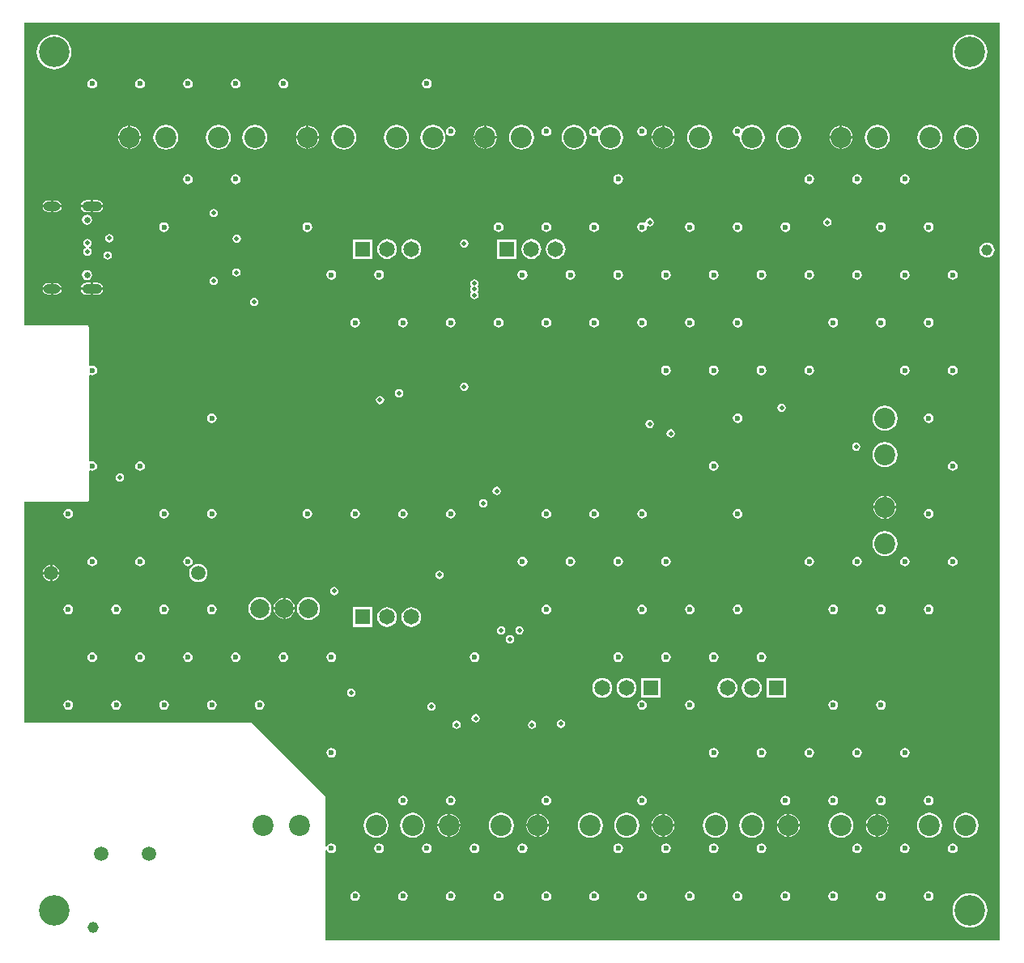
<source format=gbr>
%TF.GenerationSoftware,Altium Limited,Altium Designer,21.9.2 (33)*%
G04 Layer_Physical_Order=2*
G04 Layer_Color=36540*
%FSLAX45Y45*%
%MOMM*%
%TF.SameCoordinates,9F934031-F859-43C4-9D29-15814C5376A4*%
%TF.FilePolarity,Positive*%
%TF.FileFunction,Copper,L2,Inr,Signal*%
%TF.Part,Single*%
G01*
G75*
%TA.AperFunction,WasherPad*%
%ADD45C,1.15200*%
%TA.AperFunction,ComponentPad*%
%ADD46R,1.65000X1.65000*%
%ADD47C,1.65000*%
%ADD48C,2.20000*%
%ADD49C,0.65000*%
%ADD50O,2.10000X1.05000*%
%ADD51O,1.80000X1.00000*%
%ADD52C,2.00000*%
%ADD53C,1.50000*%
%TA.AperFunction,WasherPad*%
%ADD54C,3.20000*%
%TA.AperFunction,ViaPad*%
%ADD55C,0.46000*%
%ADD56C,0.60000*%
G36*
X1722000Y-5769000D02*
X-5328045D01*
Y-4828525D01*
X-5315345Y-4827274D01*
X-5315099Y-4828509D01*
X-5304048Y-4845048D01*
X-5287509Y-4856099D01*
X-5268000Y-4859979D01*
X-5248491Y-4856099D01*
X-5231952Y-4845048D01*
X-5220901Y-4828509D01*
X-5217021Y-4809000D01*
X-5220901Y-4789491D01*
X-5231952Y-4772952D01*
X-5248491Y-4761901D01*
X-5268000Y-4758020D01*
X-5287509Y-4761901D01*
X-5304048Y-4772952D01*
X-5315099Y-4789491D01*
X-5315345Y-4790725D01*
X-5328045Y-4789475D01*
Y-4266744D01*
X-6098045Y-3496744D01*
X-8478000D01*
Y-1184293D01*
X-8472013Y-1179379D01*
X-7822013D01*
X-7814209Y-1177827D01*
X-7807593Y-1173407D01*
X-7803173Y-1166791D01*
X-7801621Y-1158987D01*
Y-860140D01*
X-7790420Y-854153D01*
X-7787509Y-856099D01*
X-7768000Y-859979D01*
X-7748491Y-856099D01*
X-7731952Y-845048D01*
X-7720901Y-828509D01*
X-7717021Y-809000D01*
X-7720901Y-789491D01*
X-7731952Y-772952D01*
X-7748491Y-761901D01*
X-7768000Y-758020D01*
X-7787509Y-761901D01*
X-7790420Y-763846D01*
X-7801621Y-757859D01*
Y139860D01*
X-7790420Y145847D01*
X-7787509Y143901D01*
X-7768000Y140021D01*
X-7748491Y143901D01*
X-7731952Y154952D01*
X-7720901Y171491D01*
X-7717021Y191000D01*
X-7720901Y210509D01*
X-7731952Y227048D01*
X-7748491Y238099D01*
X-7768000Y241980D01*
X-7787509Y238099D01*
X-7790420Y236154D01*
X-7801621Y242141D01*
Y641013D01*
X-7803173Y648816D01*
X-7807593Y655432D01*
X-7814209Y659852D01*
X-7822013Y661405D01*
X-8472013D01*
X-8478000Y666319D01*
Y3831000D01*
X1722000D01*
Y-5769000D01*
D02*
G37*
%LPC*%
G36*
X1412000Y3701871D02*
X1376714Y3698396D01*
X1342783Y3688103D01*
X1311513Y3671389D01*
X1284105Y3648895D01*
X1261611Y3621487D01*
X1244897Y3590217D01*
X1234604Y3556287D01*
X1231129Y3521000D01*
X1234604Y3485714D01*
X1244897Y3451784D01*
X1261611Y3420514D01*
X1284105Y3393105D01*
X1311513Y3370612D01*
X1342783Y3353898D01*
X1376714Y3343605D01*
X1412000Y3340129D01*
X1447286Y3343605D01*
X1481216Y3353898D01*
X1512486Y3370612D01*
X1539895Y3393105D01*
X1562388Y3420514D01*
X1579103Y3451784D01*
X1589395Y3485714D01*
X1592871Y3521000D01*
X1589395Y3556287D01*
X1579103Y3590217D01*
X1562388Y3621487D01*
X1539895Y3648895D01*
X1512486Y3671389D01*
X1481216Y3688103D01*
X1447286Y3698396D01*
X1412000Y3701871D01*
D02*
G37*
G36*
X-8168000D02*
X-8203286Y3698396D01*
X-8237216Y3688103D01*
X-8268487Y3671389D01*
X-8295895Y3648895D01*
X-8318389Y3621487D01*
X-8335103Y3590217D01*
X-8345396Y3556287D01*
X-8348871Y3521000D01*
X-8345396Y3485714D01*
X-8335103Y3451784D01*
X-8318389Y3420514D01*
X-8295895Y3393105D01*
X-8268487Y3370612D01*
X-8237216Y3353898D01*
X-8203286Y3343605D01*
X-8168000Y3340129D01*
X-8132714Y3343605D01*
X-8098784Y3353898D01*
X-8067514Y3370612D01*
X-8040105Y3393105D01*
X-8017612Y3420514D01*
X-8000897Y3451784D01*
X-7990605Y3485714D01*
X-7987129Y3521000D01*
X-7990605Y3556287D01*
X-8000897Y3590217D01*
X-8017612Y3621487D01*
X-8040105Y3648895D01*
X-8067514Y3671389D01*
X-8098784Y3688103D01*
X-8132714Y3698396D01*
X-8168000Y3701871D01*
D02*
G37*
G36*
X-4268000Y3241980D02*
X-4287509Y3238099D01*
X-4304048Y3227048D01*
X-4315099Y3210509D01*
X-4318980Y3191000D01*
X-4315099Y3171491D01*
X-4304048Y3154953D01*
X-4287509Y3143902D01*
X-4268000Y3140021D01*
X-4248491Y3143902D01*
X-4231952Y3154953D01*
X-4220901Y3171491D01*
X-4217021Y3191000D01*
X-4220901Y3210509D01*
X-4231952Y3227048D01*
X-4248491Y3238099D01*
X-4268000Y3241980D01*
D02*
G37*
G36*
X-5768000D02*
X-5787509Y3238099D01*
X-5804048Y3227048D01*
X-5815099Y3210509D01*
X-5818980Y3191000D01*
X-5815099Y3171491D01*
X-5804048Y3154953D01*
X-5787509Y3143902D01*
X-5768000Y3140021D01*
X-5748491Y3143902D01*
X-5731952Y3154953D01*
X-5720901Y3171491D01*
X-5717021Y3191000D01*
X-5720901Y3210509D01*
X-5731952Y3227048D01*
X-5748491Y3238099D01*
X-5768000Y3241980D01*
D02*
G37*
G36*
X-6268000D02*
X-6287509Y3238099D01*
X-6304048Y3227048D01*
X-6315099Y3210509D01*
X-6318980Y3191000D01*
X-6315099Y3171491D01*
X-6304048Y3154953D01*
X-6287509Y3143902D01*
X-6268000Y3140021D01*
X-6248491Y3143902D01*
X-6231952Y3154953D01*
X-6220901Y3171491D01*
X-6217021Y3191000D01*
X-6220901Y3210509D01*
X-6231952Y3227048D01*
X-6248491Y3238099D01*
X-6268000Y3241980D01*
D02*
G37*
G36*
X-6768000D02*
X-6787509Y3238099D01*
X-6804048Y3227048D01*
X-6815099Y3210509D01*
X-6818980Y3191000D01*
X-6815099Y3171491D01*
X-6804048Y3154953D01*
X-6787509Y3143902D01*
X-6768000Y3140021D01*
X-6748491Y3143902D01*
X-6731952Y3154953D01*
X-6720901Y3171491D01*
X-6717021Y3191000D01*
X-6720901Y3210509D01*
X-6731952Y3227048D01*
X-6748491Y3238099D01*
X-6768000Y3241980D01*
D02*
G37*
G36*
X-7268000D02*
X-7287509Y3238099D01*
X-7304048Y3227048D01*
X-7315099Y3210509D01*
X-7318980Y3191000D01*
X-7315099Y3171491D01*
X-7304048Y3154953D01*
X-7287509Y3143902D01*
X-7268000Y3140021D01*
X-7248491Y3143902D01*
X-7231952Y3154953D01*
X-7220901Y3171491D01*
X-7217021Y3191000D01*
X-7220901Y3210509D01*
X-7231952Y3227048D01*
X-7248491Y3238099D01*
X-7268000Y3241980D01*
D02*
G37*
G36*
X-7768000D02*
X-7787509Y3238099D01*
X-7804048Y3227048D01*
X-7815099Y3210509D01*
X-7818980Y3191000D01*
X-7815099Y3171491D01*
X-7804048Y3154953D01*
X-7787509Y3143902D01*
X-7768000Y3140021D01*
X-7748491Y3143902D01*
X-7731952Y3154953D01*
X-7720901Y3171491D01*
X-7717021Y3191000D01*
X-7720901Y3210509D01*
X-7731952Y3227048D01*
X-7748491Y3238099D01*
X-7768000Y3241980D01*
D02*
G37*
G36*
X-867000Y2762122D02*
X-900937Y2757654D01*
X-932561Y2744555D01*
X-959717Y2723717D01*
X-962248Y2720419D01*
X-977864Y2720930D01*
X-981952Y2727048D01*
X-998491Y2738099D01*
X-1018000Y2741980D01*
X-1037509Y2738099D01*
X-1054048Y2727048D01*
X-1065099Y2710509D01*
X-1068980Y2691000D01*
X-1065099Y2671491D01*
X-1054048Y2654953D01*
X-1037509Y2643901D01*
X-1018000Y2640021D01*
X-1009522Y2641707D01*
X-998118Y2631027D01*
X-998122Y2631000D01*
X-993654Y2597064D01*
X-980555Y2565440D01*
X-959717Y2538283D01*
X-932561Y2517446D01*
X-900937Y2504347D01*
X-867000Y2499879D01*
X-833063Y2504347D01*
X-801439Y2517446D01*
X-774283Y2538283D01*
X-753445Y2565440D01*
X-740346Y2597064D01*
X-735878Y2631000D01*
X-740346Y2664937D01*
X-753445Y2696561D01*
X-774283Y2723717D01*
X-801439Y2744555D01*
X-833063Y2757654D01*
X-867000Y2762122D01*
D02*
G37*
G36*
X-2346000D02*
X-2379937Y2757654D01*
X-2411561Y2744555D01*
X-2438717Y2723717D01*
X-2456079Y2701091D01*
X-2469650Y2704220D01*
X-2470901Y2710509D01*
X-2481952Y2727048D01*
X-2498491Y2738099D01*
X-2518000Y2741980D01*
X-2537509Y2738099D01*
X-2554048Y2727048D01*
X-2565099Y2710509D01*
X-2568980Y2691000D01*
X-2565099Y2671491D01*
X-2554048Y2654953D01*
X-2537509Y2643901D01*
X-2518000Y2640021D01*
X-2498491Y2643901D01*
X-2487244Y2651417D01*
X-2475403Y2644054D01*
X-2477122Y2631000D01*
X-2472654Y2597064D01*
X-2459555Y2565440D01*
X-2438717Y2538283D01*
X-2411561Y2517446D01*
X-2379937Y2504347D01*
X-2346000Y2499879D01*
X-2312063Y2504347D01*
X-2280439Y2517446D01*
X-2253283Y2538283D01*
X-2232445Y2565440D01*
X-2219346Y2597064D01*
X-2214878Y2631000D01*
X-2219346Y2664937D01*
X-2232445Y2696561D01*
X-2253283Y2723717D01*
X-2280439Y2744555D01*
X-2312063Y2757654D01*
X-2346000Y2762122D01*
D02*
G37*
G36*
X-1784299Y2750364D02*
Y2643701D01*
X-1677637D01*
X-1680089Y2662327D01*
X-1692180Y2691518D01*
X-1711415Y2716585D01*
X-1736482Y2735820D01*
X-1765674Y2747912D01*
X-1784299Y2750364D01*
D02*
G37*
G36*
X-3645300D02*
Y2643701D01*
X-3538637D01*
X-3541089Y2662327D01*
X-3553180Y2691518D01*
X-3572415Y2716585D01*
X-3597482Y2735820D01*
X-3626674Y2747912D01*
X-3645300Y2750364D01*
D02*
G37*
G36*
X-5505300D02*
Y2643701D01*
X-5398637D01*
X-5401089Y2662327D01*
X-5413180Y2691518D01*
X-5432415Y2716585D01*
X-5457482Y2735820D01*
X-5486674Y2747912D01*
X-5505300Y2750364D01*
D02*
G37*
G36*
X-7366300D02*
Y2643701D01*
X-7259637D01*
X-7262089Y2662327D01*
X-7274180Y2691518D01*
X-7293415Y2716585D01*
X-7318482Y2735820D01*
X-7347674Y2747912D01*
X-7366300Y2750364D01*
D02*
G37*
G36*
X75699Y2750364D02*
Y2643701D01*
X182363D01*
X179911Y2662327D01*
X167820Y2691518D01*
X148585Y2716585D01*
X123518Y2735820D01*
X94326Y2747912D01*
X75699Y2750364D01*
D02*
G37*
G36*
X50299Y2750364D02*
X31674Y2747912D01*
X2482Y2735820D01*
X-22585Y2716585D01*
X-41820Y2691518D01*
X-53912Y2662327D01*
X-56364Y2643701D01*
X50299D01*
Y2750364D01*
D02*
G37*
G36*
X-5530700D02*
X-5549326Y2747912D01*
X-5578518Y2735820D01*
X-5603585Y2716585D01*
X-5622820Y2691518D01*
X-5634912Y2662327D01*
X-5637364Y2643701D01*
X-5530700D01*
Y2750364D01*
D02*
G37*
G36*
X-7391700D02*
X-7410327Y2747912D01*
X-7439518Y2735820D01*
X-7464585Y2716585D01*
X-7483820Y2691518D01*
X-7495912Y2662327D01*
X-7498364Y2643701D01*
X-7391700D01*
Y2750364D01*
D02*
G37*
G36*
X-3670700Y2750364D02*
X-3689326Y2747912D01*
X-3718518Y2735820D01*
X-3743585Y2716585D01*
X-3762820Y2691518D01*
X-3774911Y2662327D01*
X-3777364Y2643701D01*
X-3670700D01*
Y2750364D01*
D02*
G37*
G36*
X-1809699D02*
X-1828327Y2747912D01*
X-1857518Y2735820D01*
X-1882585Y2716585D01*
X-1901820Y2691518D01*
X-1913912Y2662327D01*
X-1916364Y2643701D01*
X-1809699D01*
Y2750364D01*
D02*
G37*
G36*
X-2018000Y2741980D02*
X-2037509Y2738099D01*
X-2054048Y2727048D01*
X-2065099Y2710509D01*
X-2068980Y2691000D01*
X-2065099Y2671491D01*
X-2054048Y2654953D01*
X-2037509Y2643901D01*
X-2018000Y2640021D01*
X-1998491Y2643901D01*
X-1981952Y2654953D01*
X-1970901Y2671491D01*
X-1967020Y2691000D01*
X-1970901Y2710509D01*
X-1981952Y2727048D01*
X-1998491Y2738099D01*
X-2018000Y2741980D01*
D02*
G37*
G36*
X-3018000D02*
X-3037509Y2738099D01*
X-3054048Y2727048D01*
X-3065099Y2710509D01*
X-3068980Y2691000D01*
X-3065099Y2671491D01*
X-3054048Y2654953D01*
X-3037509Y2643901D01*
X-3018000Y2640021D01*
X-2998491Y2643901D01*
X-2981952Y2654953D01*
X-2970901Y2671491D01*
X-2967020Y2691000D01*
X-2970901Y2710509D01*
X-2981952Y2727048D01*
X-2998491Y2738099D01*
X-3018000Y2741980D01*
D02*
G37*
G36*
X-4018000D02*
X-4037509Y2738099D01*
X-4054048Y2727048D01*
X-4065099Y2710509D01*
X-4068980Y2691000D01*
X-4065099Y2671491D01*
X-4054048Y2654953D01*
X-4037509Y2643901D01*
X-4018000Y2640021D01*
X-3998491Y2643901D01*
X-3981952Y2654953D01*
X-3970901Y2671491D01*
X-3967021Y2691000D01*
X-3970901Y2710509D01*
X-3981952Y2727048D01*
X-3998491Y2738099D01*
X-4018000Y2741980D01*
D02*
G37*
G36*
X-1677636Y2618301D02*
X-1784299D01*
Y2511637D01*
X-1765674Y2514089D01*
X-1736482Y2526180D01*
X-1711415Y2545415D01*
X-1692180Y2570483D01*
X-1680089Y2599674D01*
X-1677636Y2618301D01*
D02*
G37*
G36*
X-3538636D02*
X-3645300D01*
Y2511637D01*
X-3626674Y2514089D01*
X-3597482Y2526180D01*
X-3572415Y2545415D01*
X-3553180Y2570483D01*
X-3541089Y2599674D01*
X-3538636Y2618301D01*
D02*
G37*
G36*
X50299D02*
X-56364D01*
X-53912Y2599674D01*
X-41820Y2570483D01*
X-22585Y2545415D01*
X2482Y2526180D01*
X31674Y2514089D01*
X50299Y2511637D01*
Y2618301D01*
D02*
G37*
G36*
X-7259636D02*
X-7366300D01*
Y2511637D01*
X-7347674Y2514089D01*
X-7318482Y2526180D01*
X-7293415Y2545415D01*
X-7274180Y2570483D01*
X-7262089Y2599674D01*
X-7259636Y2618301D01*
D02*
G37*
G36*
X-5398636D02*
X-5505300D01*
Y2511637D01*
X-5486674Y2514089D01*
X-5457482Y2526180D01*
X-5432415Y2545415D01*
X-5413180Y2570483D01*
X-5401089Y2599674D01*
X-5398636Y2618301D01*
D02*
G37*
G36*
X-5530700D02*
X-5637364D01*
X-5634912Y2599674D01*
X-5622820Y2570483D01*
X-5603585Y2545415D01*
X-5578518Y2526180D01*
X-5549326Y2514089D01*
X-5530700Y2511637D01*
Y2618301D01*
D02*
G37*
G36*
X-7391700D02*
X-7498364D01*
X-7495912Y2599674D01*
X-7483820Y2570483D01*
X-7464585Y2545415D01*
X-7439518Y2526180D01*
X-7410327Y2514089D01*
X-7391700Y2511637D01*
Y2618301D01*
D02*
G37*
G36*
X182364D02*
X75699D01*
Y2511637D01*
X94326Y2514089D01*
X123518Y2526180D01*
X148585Y2545415D01*
X167820Y2570483D01*
X179911Y2599674D01*
X182364Y2618301D01*
D02*
G37*
G36*
X-3670700D02*
X-3777364D01*
X-3774911Y2599674D01*
X-3762820Y2570483D01*
X-3743585Y2545415D01*
X-3718518Y2526180D01*
X-3689326Y2514089D01*
X-3670700Y2511637D01*
Y2618301D01*
D02*
G37*
G36*
X-1809699D02*
X-1916364D01*
X-1913912Y2599674D01*
X-1901820Y2570483D01*
X-1882585Y2545415D01*
X-1857518Y2526180D01*
X-1828327Y2514089D01*
X-1809699Y2511637D01*
Y2618301D01*
D02*
G37*
G36*
X1374000Y2762122D02*
X1340063Y2757654D01*
X1308439Y2744555D01*
X1281283Y2723717D01*
X1260445Y2696561D01*
X1247346Y2664937D01*
X1242878Y2631000D01*
X1247346Y2597064D01*
X1260445Y2565440D01*
X1281283Y2538283D01*
X1308439Y2517446D01*
X1340063Y2504347D01*
X1374000Y2499879D01*
X1407936Y2504347D01*
X1439561Y2517446D01*
X1466717Y2538283D01*
X1487555Y2565440D01*
X1500654Y2597064D01*
X1505121Y2631000D01*
X1500654Y2664937D01*
X1487555Y2696561D01*
X1466717Y2723717D01*
X1439561Y2744555D01*
X1407936Y2757654D01*
X1374000Y2762122D01*
D02*
G37*
G36*
X993000D02*
X959063Y2757654D01*
X927439Y2744555D01*
X900283Y2723717D01*
X879445Y2696561D01*
X866346Y2664937D01*
X861878Y2631000D01*
X866346Y2597064D01*
X879445Y2565440D01*
X900283Y2538283D01*
X927439Y2517446D01*
X959063Y2504347D01*
X993000Y2499879D01*
X1026936Y2504347D01*
X1058561Y2517446D01*
X1085717Y2538283D01*
X1106555Y2565440D01*
X1119654Y2597064D01*
X1124121Y2631000D01*
X1119654Y2664937D01*
X1106555Y2696561D01*
X1085717Y2723717D01*
X1058561Y2744555D01*
X1026936Y2757654D01*
X993000Y2762122D01*
D02*
G37*
G36*
X444000D02*
X410063Y2757654D01*
X378439Y2744555D01*
X351283Y2723717D01*
X330445Y2696561D01*
X317346Y2664937D01*
X312878Y2631000D01*
X317346Y2597064D01*
X330445Y2565440D01*
X351283Y2538283D01*
X378439Y2517446D01*
X410063Y2504347D01*
X444000Y2499879D01*
X477937Y2504347D01*
X509561Y2517446D01*
X536717Y2538283D01*
X557555Y2565440D01*
X570654Y2597064D01*
X575122Y2631000D01*
X570654Y2664937D01*
X557555Y2696561D01*
X536717Y2723717D01*
X509561Y2744555D01*
X477937Y2757654D01*
X444000Y2762122D01*
D02*
G37*
G36*
X-486000D02*
X-519937Y2757654D01*
X-551561Y2744555D01*
X-578717Y2723717D01*
X-599555Y2696561D01*
X-612654Y2664937D01*
X-617122Y2631000D01*
X-612654Y2597064D01*
X-599555Y2565440D01*
X-578717Y2538283D01*
X-551561Y2517446D01*
X-519937Y2504347D01*
X-486000Y2499879D01*
X-452063Y2504347D01*
X-420439Y2517446D01*
X-393283Y2538283D01*
X-372445Y2565440D01*
X-359346Y2597064D01*
X-354878Y2631000D01*
X-359346Y2664937D01*
X-372445Y2696561D01*
X-393283Y2723717D01*
X-420439Y2744555D01*
X-452063Y2757654D01*
X-486000Y2762122D01*
D02*
G37*
G36*
X-1416000D02*
X-1449937Y2757654D01*
X-1481561Y2744555D01*
X-1508717Y2723717D01*
X-1529555Y2696561D01*
X-1542654Y2664937D01*
X-1547122Y2631000D01*
X-1542654Y2597064D01*
X-1529555Y2565440D01*
X-1508717Y2538283D01*
X-1481561Y2517446D01*
X-1449937Y2504347D01*
X-1416000Y2499879D01*
X-1382064Y2504347D01*
X-1350439Y2517446D01*
X-1323283Y2538283D01*
X-1302445Y2565440D01*
X-1289346Y2597064D01*
X-1284879Y2631000D01*
X-1289346Y2664937D01*
X-1302445Y2696561D01*
X-1323283Y2723717D01*
X-1350439Y2744555D01*
X-1382064Y2757654D01*
X-1416000Y2762122D01*
D02*
G37*
G36*
X-2727000D02*
X-2760937Y2757654D01*
X-2792561Y2744555D01*
X-2819717Y2723717D01*
X-2840555Y2696561D01*
X-2853654Y2664937D01*
X-2858122Y2631000D01*
X-2853654Y2597064D01*
X-2840555Y2565440D01*
X-2819717Y2538283D01*
X-2792561Y2517446D01*
X-2760937Y2504347D01*
X-2727000Y2499879D01*
X-2693063Y2504347D01*
X-2661439Y2517446D01*
X-2634283Y2538283D01*
X-2613445Y2565440D01*
X-2600346Y2597064D01*
X-2595878Y2631000D01*
X-2600346Y2664937D01*
X-2613445Y2696561D01*
X-2634283Y2723717D01*
X-2661439Y2744555D01*
X-2693063Y2757654D01*
X-2727000Y2762122D01*
D02*
G37*
G36*
X-3277000D02*
X-3310937Y2757654D01*
X-3342561Y2744555D01*
X-3369717Y2723717D01*
X-3390555Y2696561D01*
X-3403654Y2664937D01*
X-3408122Y2631000D01*
X-3403654Y2597064D01*
X-3390555Y2565440D01*
X-3369717Y2538283D01*
X-3342561Y2517446D01*
X-3310937Y2504347D01*
X-3277000Y2499879D01*
X-3243063Y2504347D01*
X-3211439Y2517446D01*
X-3184283Y2538283D01*
X-3163445Y2565440D01*
X-3150346Y2597064D01*
X-3145878Y2631000D01*
X-3150346Y2664937D01*
X-3163445Y2696561D01*
X-3184283Y2723717D01*
X-3211439Y2744555D01*
X-3243063Y2757654D01*
X-3277000Y2762122D01*
D02*
G37*
G36*
X-4207000D02*
X-4240937Y2757654D01*
X-4272561Y2744555D01*
X-4299717Y2723717D01*
X-4320555Y2696561D01*
X-4333654Y2664937D01*
X-4338122Y2631000D01*
X-4333654Y2597064D01*
X-4320555Y2565440D01*
X-4299717Y2538283D01*
X-4272561Y2517446D01*
X-4240937Y2504347D01*
X-4207000Y2499879D01*
X-4173064Y2504347D01*
X-4141440Y2517446D01*
X-4114283Y2538283D01*
X-4093445Y2565440D01*
X-4080346Y2597064D01*
X-4075879Y2631000D01*
X-4080346Y2664937D01*
X-4093445Y2696561D01*
X-4114283Y2723717D01*
X-4141440Y2744555D01*
X-4173064Y2757654D01*
X-4207000Y2762122D01*
D02*
G37*
G36*
X-4588000D02*
X-4621937Y2757654D01*
X-4653561Y2744555D01*
X-4680717Y2723717D01*
X-4701555Y2696561D01*
X-4714654Y2664937D01*
X-4719122Y2631000D01*
X-4714654Y2597064D01*
X-4701555Y2565440D01*
X-4680717Y2538283D01*
X-4653561Y2517446D01*
X-4621937Y2504347D01*
X-4588000Y2499879D01*
X-4554064Y2504347D01*
X-4522440Y2517446D01*
X-4495283Y2538283D01*
X-4474445Y2565440D01*
X-4461346Y2597064D01*
X-4456879Y2631000D01*
X-4461346Y2664937D01*
X-4474445Y2696561D01*
X-4495283Y2723717D01*
X-4522440Y2744555D01*
X-4554064Y2757654D01*
X-4588000Y2762122D01*
D02*
G37*
G36*
X-5137000D02*
X-5170937Y2757654D01*
X-5202561Y2744555D01*
X-5229717Y2723717D01*
X-5250555Y2696561D01*
X-5263654Y2664937D01*
X-5268122Y2631000D01*
X-5263654Y2597064D01*
X-5250555Y2565440D01*
X-5229717Y2538283D01*
X-5202561Y2517446D01*
X-5170937Y2504347D01*
X-5137000Y2499879D01*
X-5103063Y2504347D01*
X-5071439Y2517446D01*
X-5044283Y2538283D01*
X-5023445Y2565440D01*
X-5010346Y2597064D01*
X-5005878Y2631000D01*
X-5010346Y2664937D01*
X-5023445Y2696561D01*
X-5044283Y2723717D01*
X-5071439Y2744555D01*
X-5103063Y2757654D01*
X-5137000Y2762122D01*
D02*
G37*
G36*
X-6068000D02*
X-6101937Y2757654D01*
X-6133561Y2744555D01*
X-6160717Y2723717D01*
X-6181555Y2696561D01*
X-6194654Y2664937D01*
X-6199122Y2631000D01*
X-6194654Y2597064D01*
X-6181555Y2565440D01*
X-6160717Y2538283D01*
X-6133561Y2517446D01*
X-6101937Y2504347D01*
X-6068000Y2499879D01*
X-6034063Y2504347D01*
X-6002439Y2517446D01*
X-5975283Y2538283D01*
X-5954445Y2565440D01*
X-5941346Y2597064D01*
X-5936878Y2631000D01*
X-5941346Y2664937D01*
X-5954445Y2696561D01*
X-5975283Y2723717D01*
X-6002439Y2744555D01*
X-6034063Y2757654D01*
X-6068000Y2762122D01*
D02*
G37*
G36*
X-6449000D02*
X-6482937Y2757654D01*
X-6514561Y2744555D01*
X-6541717Y2723717D01*
X-6562555Y2696561D01*
X-6575654Y2664937D01*
X-6580122Y2631000D01*
X-6575654Y2597064D01*
X-6562555Y2565440D01*
X-6541717Y2538283D01*
X-6514561Y2517446D01*
X-6482937Y2504347D01*
X-6449000Y2499879D01*
X-6415063Y2504347D01*
X-6383439Y2517446D01*
X-6356283Y2538283D01*
X-6335445Y2565440D01*
X-6322346Y2597064D01*
X-6317878Y2631000D01*
X-6322346Y2664937D01*
X-6335445Y2696561D01*
X-6356283Y2723717D01*
X-6383439Y2744555D01*
X-6415063Y2757654D01*
X-6449000Y2762122D01*
D02*
G37*
G36*
X-6998000D02*
X-7031937Y2757654D01*
X-7063561Y2744555D01*
X-7090717Y2723717D01*
X-7111555Y2696561D01*
X-7124654Y2664937D01*
X-7129122Y2631000D01*
X-7124654Y2597064D01*
X-7111555Y2565440D01*
X-7090717Y2538283D01*
X-7063561Y2517446D01*
X-7031937Y2504347D01*
X-6998000Y2499879D01*
X-6964064Y2504347D01*
X-6932439Y2517446D01*
X-6905283Y2538283D01*
X-6884445Y2565440D01*
X-6871346Y2597064D01*
X-6866879Y2631000D01*
X-6871346Y2664937D01*
X-6884445Y2696561D01*
X-6905283Y2723717D01*
X-6932439Y2744555D01*
X-6964064Y2757654D01*
X-6998000Y2762122D01*
D02*
G37*
G36*
X732000Y2241980D02*
X712491Y2238099D01*
X695952Y2227048D01*
X684901Y2210509D01*
X681020Y2191000D01*
X684901Y2171491D01*
X695952Y2154953D01*
X712491Y2143901D01*
X732000Y2140021D01*
X751509Y2143901D01*
X768048Y2154953D01*
X779099Y2171491D01*
X782980Y2191000D01*
X779099Y2210509D01*
X768048Y2227048D01*
X751509Y2238099D01*
X732000Y2241980D01*
D02*
G37*
G36*
X232000D02*
X212491Y2238099D01*
X195952Y2227048D01*
X184901Y2210509D01*
X181020Y2191000D01*
X184901Y2171491D01*
X195952Y2154953D01*
X212491Y2143901D01*
X232000Y2140021D01*
X251509Y2143901D01*
X268048Y2154953D01*
X279099Y2171491D01*
X282980Y2191000D01*
X279099Y2210509D01*
X268048Y2227048D01*
X251509Y2238099D01*
X232000Y2241980D01*
D02*
G37*
G36*
X-268000D02*
X-287509Y2238099D01*
X-304048Y2227048D01*
X-315099Y2210509D01*
X-318980Y2191000D01*
X-315099Y2171491D01*
X-304048Y2154953D01*
X-287509Y2143901D01*
X-268000Y2140021D01*
X-248491Y2143901D01*
X-231952Y2154953D01*
X-220901Y2171491D01*
X-217020Y2191000D01*
X-220901Y2210509D01*
X-231952Y2227048D01*
X-248491Y2238099D01*
X-268000Y2241980D01*
D02*
G37*
G36*
X-2268000D02*
X-2287509Y2238099D01*
X-2304048Y2227048D01*
X-2315099Y2210509D01*
X-2318980Y2191000D01*
X-2315099Y2171491D01*
X-2304048Y2154953D01*
X-2287509Y2143901D01*
X-2268000Y2140021D01*
X-2248491Y2143901D01*
X-2231952Y2154953D01*
X-2220901Y2171491D01*
X-2217020Y2191000D01*
X-2220901Y2210509D01*
X-2231952Y2227048D01*
X-2248491Y2238099D01*
X-2268000Y2241980D01*
D02*
G37*
G36*
X-6268000D02*
X-6287509Y2238099D01*
X-6304048Y2227048D01*
X-6315099Y2210509D01*
X-6318980Y2191000D01*
X-6315099Y2171491D01*
X-6304048Y2154953D01*
X-6287509Y2143901D01*
X-6268000Y2140021D01*
X-6248491Y2143901D01*
X-6231952Y2154953D01*
X-6220901Y2171491D01*
X-6217021Y2191000D01*
X-6220901Y2210509D01*
X-6231952Y2227048D01*
X-6248491Y2238099D01*
X-6268000Y2241980D01*
D02*
G37*
G36*
X-6768000D02*
X-6787509Y2238099D01*
X-6804048Y2227048D01*
X-6815099Y2210509D01*
X-6818980Y2191000D01*
X-6815099Y2171491D01*
X-6804048Y2154953D01*
X-6787509Y2143901D01*
X-6768000Y2140021D01*
X-6748491Y2143901D01*
X-6731952Y2154953D01*
X-6720901Y2171491D01*
X-6717021Y2191000D01*
X-6720901Y2210509D01*
X-6731952Y2227048D01*
X-6748491Y2238099D01*
X-6768000Y2241980D01*
D02*
G37*
G36*
X-7719300Y1973224D02*
X-7759100D01*
Y1922200D01*
X-7658102D01*
X-7660426Y1933886D01*
X-7674240Y1954560D01*
X-7694914Y1968374D01*
X-7719300Y1973224D01*
D02*
G37*
G36*
X-7784500D02*
X-7824300D01*
X-7848687Y1968374D01*
X-7869360Y1954560D01*
X-7883174Y1933886D01*
X-7885499Y1922200D01*
X-7784500D01*
Y1973224D01*
D02*
G37*
G36*
X-8149800Y1970675D02*
X-8177100D01*
Y1922200D01*
X-8091151D01*
X-8093282Y1932911D01*
X-8106543Y1952757D01*
X-8126389Y1966019D01*
X-8149800Y1970675D01*
D02*
G37*
G36*
X-8202500D02*
X-8229800D01*
X-8253211Y1966019D01*
X-8273058Y1952757D01*
X-8286319Y1932911D01*
X-8288450Y1922200D01*
X-8202500D01*
Y1970675D01*
D02*
G37*
G36*
X-8091151Y1896800D02*
X-8177100D01*
Y1848324D01*
X-8149800D01*
X-8126389Y1852981D01*
X-8106543Y1866242D01*
X-8093282Y1886089D01*
X-8091151Y1896800D01*
D02*
G37*
G36*
X-8202500D02*
X-8288450D01*
X-8286319Y1886089D01*
X-8273058Y1866242D01*
X-8253211Y1852981D01*
X-8229800Y1848324D01*
X-8202500D01*
Y1896800D01*
D02*
G37*
G36*
X-7658102D02*
X-7759100D01*
Y1845775D01*
X-7719300D01*
X-7694914Y1850626D01*
X-7674240Y1864440D01*
X-7660426Y1885114D01*
X-7658102Y1896800D01*
D02*
G37*
G36*
X-7784500D02*
X-7885499D01*
X-7883174Y1885114D01*
X-7869360Y1864440D01*
X-7848687Y1850626D01*
X-7824300Y1845775D01*
X-7784500D01*
Y1896800D01*
D02*
G37*
G36*
X-6496980Y1880955D02*
X-6513757Y1877618D01*
X-6527981Y1868114D01*
X-6537485Y1853890D01*
X-6540822Y1837112D01*
X-6537485Y1820335D01*
X-6527981Y1806111D01*
X-6513757Y1796607D01*
X-6496980Y1793270D01*
X-6480202Y1796607D01*
X-6465978Y1806111D01*
X-6456475Y1820335D01*
X-6453137Y1837112D01*
X-6456475Y1853890D01*
X-6465978Y1868114D01*
X-6480202Y1877618D01*
X-6496980Y1880955D01*
D02*
G37*
G36*
X-1938000Y1784843D02*
X-1954778Y1781506D01*
X-1969002Y1772002D01*
X-1978506Y1757778D01*
X-1981624Y1742103D01*
X-1986162Y1738716D01*
X-1993559Y1734804D01*
X-1998491Y1738099D01*
X-2018000Y1741980D01*
X-2037509Y1738099D01*
X-2054048Y1727048D01*
X-2065099Y1710509D01*
X-2068980Y1691000D01*
X-2065099Y1671491D01*
X-2054048Y1654952D01*
X-2037509Y1643901D01*
X-2018000Y1640021D01*
X-1998491Y1643901D01*
X-1981952Y1654952D01*
X-1970901Y1671491D01*
X-1967020Y1691000D01*
X-1967571Y1693769D01*
X-1956141Y1701406D01*
X-1954778Y1700495D01*
X-1938000Y1697158D01*
X-1921223Y1700495D01*
X-1906999Y1709999D01*
X-1897495Y1724223D01*
X-1894158Y1741001D01*
X-1897495Y1757778D01*
X-1906999Y1772002D01*
X-1921223Y1781506D01*
X-1938000Y1784843D01*
D02*
G37*
G36*
X-7821800Y1820028D02*
X-7842285Y1815954D01*
X-7859651Y1804350D01*
X-7871254Y1786984D01*
X-7875329Y1766500D01*
X-7871254Y1746016D01*
X-7859651Y1728650D01*
X-7842285Y1717046D01*
X-7821800Y1712971D01*
X-7801316Y1717046D01*
X-7783950Y1728650D01*
X-7772346Y1746016D01*
X-7768272Y1766500D01*
X-7772346Y1786984D01*
X-7783950Y1804350D01*
X-7801316Y1815954D01*
X-7821800Y1820028D01*
D02*
G37*
G36*
X-78000Y1784843D02*
X-94778Y1781505D01*
X-109001Y1772002D01*
X-118505Y1757778D01*
X-121843Y1741000D01*
X-118505Y1724223D01*
X-109001Y1709999D01*
X-94778Y1700495D01*
X-78000Y1697158D01*
X-61222Y1700495D01*
X-46999Y1709999D01*
X-37495Y1724223D01*
X-34158Y1741000D01*
X-37495Y1757778D01*
X-46999Y1772002D01*
X-61222Y1781505D01*
X-78000Y1784843D01*
D02*
G37*
G36*
X982000Y1741980D02*
X962491Y1738099D01*
X945952Y1727048D01*
X934901Y1710509D01*
X931020Y1691000D01*
X934901Y1671491D01*
X945952Y1654952D01*
X962491Y1643901D01*
X982000Y1640021D01*
X1001509Y1643901D01*
X1018048Y1654952D01*
X1029099Y1671491D01*
X1032980Y1691000D01*
X1029099Y1710509D01*
X1018048Y1727048D01*
X1001509Y1738099D01*
X982000Y1741980D01*
D02*
G37*
G36*
X482000D02*
X462491Y1738099D01*
X445952Y1727048D01*
X434901Y1710509D01*
X431020Y1691000D01*
X434901Y1671491D01*
X445952Y1654952D01*
X462491Y1643901D01*
X482000Y1640021D01*
X501509Y1643901D01*
X518048Y1654952D01*
X529099Y1671491D01*
X532980Y1691000D01*
X529099Y1710509D01*
X518048Y1727048D01*
X501509Y1738099D01*
X482000Y1741980D01*
D02*
G37*
G36*
X-518000D02*
X-537509Y1738099D01*
X-554048Y1727048D01*
X-565099Y1710509D01*
X-568980Y1691000D01*
X-565099Y1671491D01*
X-554048Y1654952D01*
X-537509Y1643901D01*
X-518000Y1640021D01*
X-498491Y1643901D01*
X-481952Y1654952D01*
X-470901Y1671491D01*
X-467020Y1691000D01*
X-470901Y1710509D01*
X-481952Y1727048D01*
X-498491Y1738099D01*
X-518000Y1741980D01*
D02*
G37*
G36*
X-1018000D02*
X-1037509Y1738099D01*
X-1054048Y1727048D01*
X-1065099Y1710509D01*
X-1068980Y1691000D01*
X-1065099Y1671491D01*
X-1054048Y1654952D01*
X-1037509Y1643901D01*
X-1018000Y1640021D01*
X-998491Y1643901D01*
X-981952Y1654952D01*
X-970901Y1671491D01*
X-967020Y1691000D01*
X-970901Y1710509D01*
X-981952Y1727048D01*
X-998491Y1738099D01*
X-1018000Y1741980D01*
D02*
G37*
G36*
X-1518000D02*
X-1537509Y1738099D01*
X-1554048Y1727048D01*
X-1565099Y1710509D01*
X-1568980Y1691000D01*
X-1565099Y1671491D01*
X-1554048Y1654952D01*
X-1537509Y1643901D01*
X-1518000Y1640021D01*
X-1498491Y1643901D01*
X-1481952Y1654952D01*
X-1470901Y1671491D01*
X-1467020Y1691000D01*
X-1470901Y1710509D01*
X-1481952Y1727048D01*
X-1498491Y1738099D01*
X-1518000Y1741980D01*
D02*
G37*
G36*
X-2518000D02*
X-2537509Y1738099D01*
X-2554048Y1727048D01*
X-2565099Y1710509D01*
X-2568980Y1691000D01*
X-2565099Y1671491D01*
X-2554048Y1654952D01*
X-2537509Y1643901D01*
X-2518000Y1640021D01*
X-2498491Y1643901D01*
X-2481952Y1654952D01*
X-2470901Y1671491D01*
X-2467020Y1691000D01*
X-2470901Y1710509D01*
X-2481952Y1727048D01*
X-2498491Y1738099D01*
X-2518000Y1741980D01*
D02*
G37*
G36*
X-3018000D02*
X-3037509Y1738099D01*
X-3054048Y1727048D01*
X-3065099Y1710509D01*
X-3068980Y1691000D01*
X-3065099Y1671491D01*
X-3054048Y1654952D01*
X-3037509Y1643901D01*
X-3018000Y1640021D01*
X-2998491Y1643901D01*
X-2981952Y1654952D01*
X-2970901Y1671491D01*
X-2967020Y1691000D01*
X-2970901Y1710509D01*
X-2981952Y1727048D01*
X-2998491Y1738099D01*
X-3018000Y1741980D01*
D02*
G37*
G36*
X-3518000D02*
X-3537509Y1738099D01*
X-3554048Y1727048D01*
X-3565099Y1710509D01*
X-3568980Y1691000D01*
X-3565099Y1671491D01*
X-3554048Y1654952D01*
X-3537509Y1643901D01*
X-3518000Y1640021D01*
X-3498491Y1643901D01*
X-3481952Y1654952D01*
X-3470901Y1671491D01*
X-3467020Y1691000D01*
X-3470901Y1710509D01*
X-3481952Y1727048D01*
X-3498491Y1738099D01*
X-3518000Y1741980D01*
D02*
G37*
G36*
X-5518000D02*
X-5537509Y1738099D01*
X-5554048Y1727048D01*
X-5565099Y1710509D01*
X-5568980Y1691000D01*
X-5565099Y1671491D01*
X-5554048Y1654952D01*
X-5537509Y1643901D01*
X-5518000Y1640021D01*
X-5498491Y1643901D01*
X-5481952Y1654952D01*
X-5470901Y1671491D01*
X-5467021Y1691000D01*
X-5470901Y1710509D01*
X-5481952Y1727048D01*
X-5498491Y1738099D01*
X-5518000Y1741980D01*
D02*
G37*
G36*
X-7018000D02*
X-7037509Y1738099D01*
X-7054048Y1727048D01*
X-7065099Y1710509D01*
X-7068980Y1691000D01*
X-7065099Y1671491D01*
X-7054048Y1654952D01*
X-7037509Y1643901D01*
X-7018000Y1640021D01*
X-6998491Y1643901D01*
X-6981952Y1654952D01*
X-6970901Y1671491D01*
X-6967021Y1691000D01*
X-6970901Y1710509D01*
X-6981952Y1727048D01*
X-6998491Y1738099D01*
X-7018000Y1741980D01*
D02*
G37*
G36*
X-7588045Y1617098D02*
X-7604822Y1613761D01*
X-7619046Y1604257D01*
X-7628550Y1590033D01*
X-7631887Y1573256D01*
X-7628550Y1556478D01*
X-7619046Y1542254D01*
X-7604822Y1532751D01*
X-7588045Y1529413D01*
X-7571267Y1532751D01*
X-7557044Y1542254D01*
X-7547540Y1556478D01*
X-7544202Y1573256D01*
X-7547540Y1590033D01*
X-7557044Y1604257D01*
X-7571267Y1613761D01*
X-7588045Y1617098D01*
D02*
G37*
G36*
X-6258000Y1614843D02*
X-6274778Y1611506D01*
X-6289001Y1602002D01*
X-6298505Y1587778D01*
X-6301843Y1571000D01*
X-6298505Y1554223D01*
X-6289001Y1539999D01*
X-6274778Y1530495D01*
X-6258000Y1527158D01*
X-6241222Y1530495D01*
X-6226999Y1539999D01*
X-6217495Y1554223D01*
X-6214158Y1571000D01*
X-6217495Y1587778D01*
X-6226999Y1602002D01*
X-6241222Y1611506D01*
X-6258000Y1614843D01*
D02*
G37*
G36*
X-3878000Y1563843D02*
X-3894778Y1560505D01*
X-3909001Y1551001D01*
X-3918505Y1536778D01*
X-3921843Y1520000D01*
X-3918505Y1503223D01*
X-3909001Y1488999D01*
X-3894778Y1479495D01*
X-3878000Y1476158D01*
X-3861222Y1479495D01*
X-3846999Y1488999D01*
X-3837495Y1503223D01*
X-3834158Y1520000D01*
X-3837495Y1536778D01*
X-3846999Y1551001D01*
X-3861222Y1560505D01*
X-3878000Y1563843D01*
D02*
G37*
G36*
X-7818045Y1567098D02*
X-7834823Y1563761D01*
X-7849046Y1554257D01*
X-7858550Y1540033D01*
X-7861887Y1523256D01*
X-7858550Y1506478D01*
X-7849046Y1492255D01*
X-7838655Y1485311D01*
X-7838252Y1484096D01*
Y1472416D01*
X-7838655Y1471200D01*
X-7849046Y1464257D01*
X-7858550Y1450033D01*
X-7861887Y1433256D01*
X-7858550Y1416478D01*
X-7849046Y1402254D01*
X-7834823Y1392751D01*
X-7818045Y1389413D01*
X-7801267Y1392751D01*
X-7787044Y1402254D01*
X-7777540Y1416478D01*
X-7774202Y1433256D01*
X-7777540Y1450033D01*
X-7787044Y1464257D01*
X-7797434Y1471200D01*
X-7797838Y1472416D01*
Y1484096D01*
X-7797434Y1485311D01*
X-7787044Y1492255D01*
X-7777540Y1506478D01*
X-7774202Y1523256D01*
X-7777540Y1540033D01*
X-7787044Y1554257D01*
X-7801267Y1563761D01*
X-7818045Y1567098D01*
D02*
G37*
G36*
X1590000Y1528269D02*
X1569743Y1525602D01*
X1550866Y1517783D01*
X1534655Y1505345D01*
X1522217Y1489134D01*
X1514398Y1470257D01*
X1511731Y1450000D01*
X1514398Y1429742D01*
X1522217Y1410865D01*
X1534655Y1394655D01*
X1550866Y1382217D01*
X1569743Y1374398D01*
X1590000Y1371731D01*
X1610258Y1374398D01*
X1629135Y1382217D01*
X1645345Y1394655D01*
X1657783Y1410865D01*
X1665602Y1429742D01*
X1668269Y1450000D01*
X1665602Y1470257D01*
X1657783Y1489134D01*
X1645345Y1505345D01*
X1629135Y1517783D01*
X1610258Y1525602D01*
X1590000Y1528269D01*
D02*
G37*
G36*
X-3327500Y1563500D02*
X-3532500D01*
Y1358500D01*
X-3327500D01*
Y1563500D01*
D02*
G37*
G36*
X-4835500D02*
X-5040500D01*
Y1358500D01*
X-4835500D01*
Y1563500D01*
D02*
G37*
G36*
X-2922000Y1564384D02*
X-2948758Y1560861D01*
X-2973692Y1550533D01*
X-2995104Y1534104D01*
X-3011534Y1512692D01*
X-3021862Y1487758D01*
X-3025385Y1461000D01*
X-3021862Y1434242D01*
X-3011534Y1409308D01*
X-2995104Y1387896D01*
X-2973692Y1371466D01*
X-2948758Y1361138D01*
X-2922000Y1357616D01*
X-2895242Y1361138D01*
X-2870308Y1371466D01*
X-2848897Y1387896D01*
X-2832467Y1409308D01*
X-2822139Y1434242D01*
X-2818616Y1461000D01*
X-2822139Y1487758D01*
X-2832467Y1512692D01*
X-2848897Y1534104D01*
X-2870308Y1550533D01*
X-2895242Y1560861D01*
X-2922000Y1564384D01*
D02*
G37*
G36*
X-3176000D02*
X-3202758Y1560861D01*
X-3227692Y1550533D01*
X-3249104Y1534104D01*
X-3265534Y1512692D01*
X-3275862Y1487758D01*
X-3279385Y1461000D01*
X-3275862Y1434242D01*
X-3265534Y1409308D01*
X-3249104Y1387896D01*
X-3227692Y1371466D01*
X-3202758Y1361138D01*
X-3176000Y1357616D01*
X-3149242Y1361138D01*
X-3124308Y1371466D01*
X-3102897Y1387896D01*
X-3086467Y1409308D01*
X-3076139Y1434242D01*
X-3072616Y1461000D01*
X-3076139Y1487758D01*
X-3086467Y1512692D01*
X-3102897Y1534104D01*
X-3124308Y1550533D01*
X-3149242Y1560861D01*
X-3176000Y1564384D01*
D02*
G37*
G36*
X-4430000D02*
X-4456758Y1560861D01*
X-4481692Y1550533D01*
X-4503104Y1534104D01*
X-4519534Y1512692D01*
X-4529862Y1487758D01*
X-4533385Y1461000D01*
X-4529862Y1434242D01*
X-4519534Y1409308D01*
X-4503104Y1387896D01*
X-4481692Y1371466D01*
X-4456758Y1361138D01*
X-4430000Y1357616D01*
X-4403242Y1361138D01*
X-4378308Y1371466D01*
X-4356897Y1387896D01*
X-4340467Y1409308D01*
X-4330139Y1434242D01*
X-4326616Y1461000D01*
X-4330139Y1487758D01*
X-4340467Y1512692D01*
X-4356897Y1534104D01*
X-4378308Y1550533D01*
X-4403242Y1560861D01*
X-4430000Y1564384D01*
D02*
G37*
G36*
X-4684000D02*
X-4710758Y1560861D01*
X-4735692Y1550533D01*
X-4757104Y1534104D01*
X-4773534Y1512692D01*
X-4783862Y1487758D01*
X-4787385Y1461000D01*
X-4783862Y1434242D01*
X-4773534Y1409308D01*
X-4757104Y1387896D01*
X-4735692Y1371466D01*
X-4710758Y1361138D01*
X-4684000Y1357616D01*
X-4657242Y1361138D01*
X-4632308Y1371466D01*
X-4610897Y1387896D01*
X-4594467Y1409308D01*
X-4584139Y1434242D01*
X-4580616Y1461000D01*
X-4584139Y1487758D01*
X-4594467Y1512692D01*
X-4610897Y1534104D01*
X-4632308Y1550533D01*
X-4657242Y1560861D01*
X-4684000Y1564384D01*
D02*
G37*
G36*
X-7608045Y1437098D02*
X-7624822Y1433761D01*
X-7639046Y1424257D01*
X-7648550Y1410034D01*
X-7651887Y1393256D01*
X-7648550Y1376478D01*
X-7639046Y1362255D01*
X-7624822Y1352751D01*
X-7608045Y1349413D01*
X-7591267Y1352751D01*
X-7577044Y1362255D01*
X-7567540Y1376478D01*
X-7564202Y1393256D01*
X-7567540Y1410034D01*
X-7577044Y1424257D01*
X-7591267Y1433761D01*
X-7608045Y1437098D01*
D02*
G37*
G36*
X-6261800Y1259343D02*
X-6278578Y1256005D01*
X-6292801Y1246501D01*
X-6302305Y1232278D01*
X-6305643Y1215500D01*
X-6302305Y1198723D01*
X-6292801Y1184499D01*
X-6278578Y1174995D01*
X-6261800Y1171658D01*
X-6245023Y1174995D01*
X-6230799Y1184499D01*
X-6221295Y1198723D01*
X-6217958Y1215500D01*
X-6221295Y1232278D01*
X-6230799Y1246501D01*
X-6245023Y1256005D01*
X-6261800Y1259343D01*
D02*
G37*
G36*
X1232000Y1241980D02*
X1212491Y1238099D01*
X1195952Y1227048D01*
X1184901Y1210509D01*
X1181020Y1191000D01*
X1184901Y1171491D01*
X1195952Y1154952D01*
X1212491Y1143901D01*
X1232000Y1140021D01*
X1251509Y1143901D01*
X1268048Y1154952D01*
X1279099Y1171491D01*
X1282980Y1191000D01*
X1279099Y1210509D01*
X1268048Y1227048D01*
X1251509Y1238099D01*
X1232000Y1241980D01*
D02*
G37*
G36*
X732000D02*
X712491Y1238099D01*
X695952Y1227048D01*
X684901Y1210509D01*
X681020Y1191000D01*
X684901Y1171491D01*
X695952Y1154952D01*
X712491Y1143901D01*
X732000Y1140021D01*
X751509Y1143901D01*
X768048Y1154952D01*
X779099Y1171491D01*
X782980Y1191000D01*
X779099Y1210509D01*
X768048Y1227048D01*
X751509Y1238099D01*
X732000Y1241980D01*
D02*
G37*
G36*
X232000D02*
X212491Y1238099D01*
X195952Y1227048D01*
X184901Y1210509D01*
X181020Y1191000D01*
X184901Y1171491D01*
X195952Y1154952D01*
X212491Y1143901D01*
X232000Y1140021D01*
X251509Y1143901D01*
X268048Y1154952D01*
X279099Y1171491D01*
X282980Y1191000D01*
X279099Y1210509D01*
X268048Y1227048D01*
X251509Y1238099D01*
X232000Y1241980D01*
D02*
G37*
G36*
X-268000D02*
X-287509Y1238099D01*
X-304048Y1227048D01*
X-315099Y1210509D01*
X-318980Y1191000D01*
X-315099Y1171491D01*
X-304048Y1154952D01*
X-287509Y1143901D01*
X-268000Y1140021D01*
X-248491Y1143901D01*
X-231952Y1154952D01*
X-220901Y1171491D01*
X-217020Y1191000D01*
X-220901Y1210509D01*
X-231952Y1227048D01*
X-248491Y1238099D01*
X-268000Y1241980D01*
D02*
G37*
G36*
X-768000D02*
X-787509Y1238099D01*
X-804048Y1227048D01*
X-815099Y1210509D01*
X-818980Y1191000D01*
X-815099Y1171491D01*
X-804048Y1154952D01*
X-787509Y1143901D01*
X-768000Y1140021D01*
X-748491Y1143901D01*
X-731952Y1154952D01*
X-720901Y1171491D01*
X-717020Y1191000D01*
X-720901Y1210509D01*
X-731952Y1227048D01*
X-748491Y1238099D01*
X-768000Y1241980D01*
D02*
G37*
G36*
X-1268000D02*
X-1287509Y1238099D01*
X-1304048Y1227048D01*
X-1315099Y1210509D01*
X-1318980Y1191000D01*
X-1315099Y1171491D01*
X-1304048Y1154952D01*
X-1287509Y1143901D01*
X-1268000Y1140021D01*
X-1248491Y1143901D01*
X-1231952Y1154952D01*
X-1220901Y1171491D01*
X-1217020Y1191000D01*
X-1220901Y1210509D01*
X-1231952Y1227048D01*
X-1248491Y1238099D01*
X-1268000Y1241980D01*
D02*
G37*
G36*
X-1768000D02*
X-1787509Y1238099D01*
X-1804048Y1227048D01*
X-1815099Y1210509D01*
X-1818980Y1191000D01*
X-1815099Y1171491D01*
X-1804048Y1154952D01*
X-1787509Y1143901D01*
X-1768000Y1140021D01*
X-1748491Y1143901D01*
X-1731952Y1154952D01*
X-1720901Y1171491D01*
X-1717020Y1191000D01*
X-1720901Y1210509D01*
X-1731952Y1227048D01*
X-1748491Y1238099D01*
X-1768000Y1241980D01*
D02*
G37*
G36*
X-2268000D02*
X-2287509Y1238099D01*
X-2304048Y1227048D01*
X-2315099Y1210509D01*
X-2318980Y1191000D01*
X-2315099Y1171491D01*
X-2304048Y1154952D01*
X-2287509Y1143901D01*
X-2268000Y1140021D01*
X-2248491Y1143901D01*
X-2231952Y1154952D01*
X-2220901Y1171491D01*
X-2217020Y1191000D01*
X-2220901Y1210509D01*
X-2231952Y1227048D01*
X-2248491Y1238099D01*
X-2268000Y1241980D01*
D02*
G37*
G36*
X-2768000D02*
X-2787509Y1238099D01*
X-2804048Y1227048D01*
X-2815099Y1210509D01*
X-2818980Y1191000D01*
X-2815099Y1171491D01*
X-2804048Y1154952D01*
X-2787509Y1143901D01*
X-2768000Y1140021D01*
X-2748491Y1143901D01*
X-2731952Y1154952D01*
X-2720901Y1171491D01*
X-2717020Y1191000D01*
X-2720901Y1210509D01*
X-2731952Y1227048D01*
X-2748491Y1238099D01*
X-2768000Y1241980D01*
D02*
G37*
G36*
X-3268000D02*
X-3287509Y1238099D01*
X-3304048Y1227048D01*
X-3315099Y1210509D01*
X-3318980Y1191000D01*
X-3315099Y1171491D01*
X-3304048Y1154952D01*
X-3287509Y1143901D01*
X-3268000Y1140021D01*
X-3248491Y1143901D01*
X-3231952Y1154952D01*
X-3220901Y1171491D01*
X-3217020Y1191000D01*
X-3220901Y1210509D01*
X-3231952Y1227048D01*
X-3248491Y1238099D01*
X-3268000Y1241980D01*
D02*
G37*
G36*
X-4768000D02*
X-4787509Y1238099D01*
X-4804048Y1227048D01*
X-4815099Y1210509D01*
X-4818980Y1191000D01*
X-4815099Y1171491D01*
X-4804048Y1154952D01*
X-4787509Y1143901D01*
X-4768000Y1140021D01*
X-4748491Y1143901D01*
X-4731952Y1154952D01*
X-4720901Y1171491D01*
X-4717021Y1191000D01*
X-4720901Y1210509D01*
X-4731952Y1227048D01*
X-4748491Y1238099D01*
X-4768000Y1241980D01*
D02*
G37*
G36*
X-5268000D02*
X-5287509Y1238099D01*
X-5304048Y1227048D01*
X-5315099Y1210509D01*
X-5318980Y1191000D01*
X-5315099Y1171491D01*
X-5304048Y1154952D01*
X-5287509Y1143901D01*
X-5268000Y1140021D01*
X-5248491Y1143901D01*
X-5231952Y1154952D01*
X-5220901Y1171491D01*
X-5217021Y1191000D01*
X-5220901Y1210509D01*
X-5231952Y1227048D01*
X-5248491Y1238099D01*
X-5268000Y1241980D01*
D02*
G37*
G36*
X-7821800Y1242029D02*
X-7842285Y1237954D01*
X-7859651Y1226350D01*
X-7871254Y1208984D01*
X-7875329Y1188500D01*
X-7871254Y1168016D01*
X-7859651Y1150650D01*
X-7842285Y1139046D01*
X-7821800Y1134972D01*
X-7801316Y1139046D01*
X-7783950Y1150650D01*
X-7772346Y1168016D01*
X-7768272Y1188500D01*
X-7772346Y1208984D01*
X-7783950Y1226350D01*
X-7801316Y1237954D01*
X-7821800Y1242029D01*
D02*
G37*
G36*
X-6497076Y1170638D02*
X-6513854Y1167300D01*
X-6528077Y1157797D01*
X-6537581Y1143573D01*
X-6540919Y1126795D01*
X-6537581Y1110018D01*
X-6528077Y1095794D01*
X-6513854Y1086290D01*
X-6497076Y1082953D01*
X-6480298Y1086290D01*
X-6466075Y1095794D01*
X-6456571Y1110018D01*
X-6453234Y1126795D01*
X-6456571Y1143573D01*
X-6466075Y1157797D01*
X-6480298Y1167300D01*
X-6497076Y1170638D01*
D02*
G37*
G36*
X-7719300Y1109225D02*
X-7759100D01*
Y1058200D01*
X-7658102D01*
X-7660426Y1069886D01*
X-7674240Y1090560D01*
X-7694914Y1104374D01*
X-7719300Y1109225D01*
D02*
G37*
G36*
X-7784500D02*
X-7824300D01*
X-7848687Y1104374D01*
X-7869360Y1090560D01*
X-7883174Y1069886D01*
X-7885499Y1058200D01*
X-7784500D01*
Y1109225D01*
D02*
G37*
G36*
X-8149800Y1106675D02*
X-8177100D01*
Y1058200D01*
X-8091151D01*
X-8093282Y1068911D01*
X-8106543Y1088758D01*
X-8126389Y1102019D01*
X-8149800Y1106675D01*
D02*
G37*
G36*
X-8202500D02*
X-8229800D01*
X-8253211Y1102019D01*
X-8273058Y1088758D01*
X-8286319Y1068911D01*
X-8288450Y1058200D01*
X-8202500D01*
Y1106675D01*
D02*
G37*
G36*
X-8091151Y1032800D02*
X-8177100D01*
Y984325D01*
X-8149800D01*
X-8126389Y988981D01*
X-8106543Y1002243D01*
X-8093282Y1022089D01*
X-8091151Y1032800D01*
D02*
G37*
G36*
X-8202500D02*
X-8288450D01*
X-8286319Y1022089D01*
X-8273058Y1002243D01*
X-8253211Y988981D01*
X-8229800Y984325D01*
X-8202500D01*
Y1032800D01*
D02*
G37*
G36*
X-7658102D02*
X-7759100D01*
Y981776D01*
X-7719300D01*
X-7694914Y986626D01*
X-7674240Y1000440D01*
X-7660426Y1021114D01*
X-7658102Y1032800D01*
D02*
G37*
G36*
X-7784500D02*
X-7885499D01*
X-7883174Y1021114D01*
X-7869360Y1000440D01*
X-7848687Y986626D01*
X-7824300Y981776D01*
X-7784500D01*
Y1032800D01*
D02*
G37*
G36*
X-3770000Y1143843D02*
X-3786778Y1140505D01*
X-3801001Y1131001D01*
X-3810505Y1116778D01*
X-3813843Y1100000D01*
X-3810505Y1083222D01*
X-3801670Y1070000D01*
X-3810505Y1056778D01*
X-3813843Y1040000D01*
X-3810505Y1023222D01*
X-3801670Y1010000D01*
X-3810505Y996778D01*
X-3813843Y980000D01*
X-3810505Y963222D01*
X-3801001Y948999D01*
X-3786778Y939495D01*
X-3770000Y936158D01*
X-3753222Y939495D01*
X-3738999Y948999D01*
X-3729495Y963222D01*
X-3726158Y980000D01*
X-3729495Y996778D01*
X-3738330Y1010000D01*
X-3729495Y1023222D01*
X-3726158Y1040000D01*
X-3729495Y1056778D01*
X-3738330Y1070000D01*
X-3729495Y1083222D01*
X-3726158Y1100000D01*
X-3729495Y1116778D01*
X-3738999Y1131001D01*
X-3753222Y1140505D01*
X-3770000Y1143843D01*
D02*
G37*
G36*
X-6074928Y950197D02*
X-6091706Y946860D01*
X-6105929Y937356D01*
X-6115433Y923133D01*
X-6118771Y906355D01*
X-6115433Y889577D01*
X-6105929Y875354D01*
X-6091706Y865850D01*
X-6074928Y862512D01*
X-6058150Y865850D01*
X-6043927Y875354D01*
X-6034423Y889577D01*
X-6031086Y906355D01*
X-6034423Y923133D01*
X-6043927Y937356D01*
X-6058150Y946860D01*
X-6074928Y950197D01*
D02*
G37*
G36*
X982000Y741980D02*
X962491Y738099D01*
X945952Y727048D01*
X934901Y710509D01*
X931020Y691000D01*
X934901Y671491D01*
X945952Y654952D01*
X962491Y643901D01*
X982000Y640021D01*
X1001509Y643901D01*
X1018048Y654952D01*
X1029099Y671491D01*
X1032980Y691000D01*
X1029099Y710509D01*
X1018048Y727048D01*
X1001509Y738099D01*
X982000Y741980D01*
D02*
G37*
G36*
X482000D02*
X462491Y738099D01*
X445952Y727048D01*
X434901Y710509D01*
X431020Y691000D01*
X434901Y671491D01*
X445952Y654952D01*
X462491Y643901D01*
X482000Y640021D01*
X501509Y643901D01*
X518048Y654952D01*
X529099Y671491D01*
X532980Y691000D01*
X529099Y710509D01*
X518048Y727048D01*
X501509Y738099D01*
X482000Y741980D01*
D02*
G37*
G36*
X-18000D02*
X-37509Y738099D01*
X-54048Y727048D01*
X-65099Y710509D01*
X-68980Y691000D01*
X-65099Y671491D01*
X-54048Y654952D01*
X-37509Y643901D01*
X-18000Y640021D01*
X1509Y643901D01*
X18048Y654952D01*
X29099Y671491D01*
X32980Y691000D01*
X29099Y710509D01*
X18048Y727048D01*
X1509Y738099D01*
X-18000Y741980D01*
D02*
G37*
G36*
X-1018000D02*
X-1037509Y738099D01*
X-1054048Y727048D01*
X-1065099Y710509D01*
X-1068980Y691000D01*
X-1065099Y671491D01*
X-1054048Y654952D01*
X-1037509Y643901D01*
X-1018000Y640021D01*
X-998491Y643901D01*
X-981952Y654952D01*
X-970901Y671491D01*
X-967020Y691000D01*
X-970901Y710509D01*
X-981952Y727048D01*
X-998491Y738099D01*
X-1018000Y741980D01*
D02*
G37*
G36*
X-1518000D02*
X-1537509Y738099D01*
X-1554048Y727048D01*
X-1565099Y710509D01*
X-1568980Y691000D01*
X-1565099Y671491D01*
X-1554048Y654952D01*
X-1537509Y643901D01*
X-1518000Y640021D01*
X-1498491Y643901D01*
X-1481952Y654952D01*
X-1470901Y671491D01*
X-1467020Y691000D01*
X-1470901Y710509D01*
X-1481952Y727048D01*
X-1498491Y738099D01*
X-1518000Y741980D01*
D02*
G37*
G36*
X-2018000D02*
X-2037509Y738099D01*
X-2054048Y727048D01*
X-2065099Y710509D01*
X-2068980Y691000D01*
X-2065099Y671491D01*
X-2054048Y654952D01*
X-2037509Y643901D01*
X-2018000Y640021D01*
X-1998491Y643901D01*
X-1981952Y654952D01*
X-1970901Y671491D01*
X-1967020Y691000D01*
X-1970901Y710509D01*
X-1981952Y727048D01*
X-1998491Y738099D01*
X-2018000Y741980D01*
D02*
G37*
G36*
X-2518000D02*
X-2537509Y738099D01*
X-2554048Y727048D01*
X-2565099Y710509D01*
X-2568980Y691000D01*
X-2565099Y671491D01*
X-2554048Y654952D01*
X-2537509Y643901D01*
X-2518000Y640021D01*
X-2498491Y643901D01*
X-2481952Y654952D01*
X-2470901Y671491D01*
X-2467020Y691000D01*
X-2470901Y710509D01*
X-2481952Y727048D01*
X-2498491Y738099D01*
X-2518000Y741980D01*
D02*
G37*
G36*
X-3018000D02*
X-3037509Y738099D01*
X-3054048Y727048D01*
X-3065099Y710509D01*
X-3068980Y691000D01*
X-3065099Y671491D01*
X-3054048Y654952D01*
X-3037509Y643901D01*
X-3018000Y640021D01*
X-2998491Y643901D01*
X-2981952Y654952D01*
X-2970901Y671491D01*
X-2967020Y691000D01*
X-2970901Y710509D01*
X-2981952Y727048D01*
X-2998491Y738099D01*
X-3018000Y741980D01*
D02*
G37*
G36*
X-3518000D02*
X-3537509Y738099D01*
X-3554048Y727048D01*
X-3565099Y710509D01*
X-3568980Y691000D01*
X-3565099Y671491D01*
X-3554048Y654952D01*
X-3537509Y643901D01*
X-3518000Y640021D01*
X-3498491Y643901D01*
X-3481952Y654952D01*
X-3470901Y671491D01*
X-3467020Y691000D01*
X-3470901Y710509D01*
X-3481952Y727048D01*
X-3498491Y738099D01*
X-3518000Y741980D01*
D02*
G37*
G36*
X-4018000D02*
X-4037509Y738099D01*
X-4054048Y727048D01*
X-4065099Y710509D01*
X-4068980Y691000D01*
X-4065099Y671491D01*
X-4054048Y654952D01*
X-4037509Y643901D01*
X-4018000Y640021D01*
X-3998491Y643901D01*
X-3981952Y654952D01*
X-3970901Y671491D01*
X-3967021Y691000D01*
X-3970901Y710509D01*
X-3981952Y727048D01*
X-3998491Y738099D01*
X-4018000Y741980D01*
D02*
G37*
G36*
X-4518000D02*
X-4537509Y738099D01*
X-4554048Y727048D01*
X-4565099Y710509D01*
X-4568980Y691000D01*
X-4565099Y671491D01*
X-4554048Y654952D01*
X-4537509Y643901D01*
X-4518000Y640021D01*
X-4498491Y643901D01*
X-4481952Y654952D01*
X-4470901Y671491D01*
X-4467021Y691000D01*
X-4470901Y710509D01*
X-4481952Y727048D01*
X-4498491Y738099D01*
X-4518000Y741980D01*
D02*
G37*
G36*
X-5018000D02*
X-5037509Y738099D01*
X-5054048Y727048D01*
X-5065099Y710509D01*
X-5068980Y691000D01*
X-5065099Y671491D01*
X-5054048Y654952D01*
X-5037509Y643901D01*
X-5018000Y640021D01*
X-4998491Y643901D01*
X-4981952Y654952D01*
X-4970901Y671491D01*
X-4967021Y691000D01*
X-4970901Y710509D01*
X-4981952Y727048D01*
X-4998491Y738099D01*
X-5018000Y741980D01*
D02*
G37*
G36*
X1232000Y241980D02*
X1212491Y238099D01*
X1195952Y227048D01*
X1184901Y210509D01*
X1181020Y191000D01*
X1184901Y171491D01*
X1195952Y154952D01*
X1212491Y143901D01*
X1232000Y140021D01*
X1251509Y143901D01*
X1268048Y154952D01*
X1279099Y171491D01*
X1282980Y191000D01*
X1279099Y210509D01*
X1268048Y227048D01*
X1251509Y238099D01*
X1232000Y241980D01*
D02*
G37*
G36*
X732000D02*
X712491Y238099D01*
X695952Y227048D01*
X684901Y210509D01*
X681020Y191000D01*
X684901Y171491D01*
X695952Y154952D01*
X712491Y143901D01*
X732000Y140021D01*
X751509Y143901D01*
X768048Y154952D01*
X779099Y171491D01*
X782980Y191000D01*
X779099Y210509D01*
X768048Y227048D01*
X751509Y238099D01*
X732000Y241980D01*
D02*
G37*
G36*
X-268000D02*
X-287509Y238099D01*
X-304048Y227048D01*
X-315099Y210509D01*
X-318980Y191000D01*
X-315099Y171491D01*
X-304048Y154952D01*
X-287509Y143901D01*
X-268000Y140021D01*
X-248491Y143901D01*
X-231952Y154952D01*
X-220901Y171491D01*
X-217020Y191000D01*
X-220901Y210509D01*
X-231952Y227048D01*
X-248491Y238099D01*
X-268000Y241980D01*
D02*
G37*
G36*
X-768000D02*
X-787509Y238099D01*
X-804048Y227048D01*
X-815099Y210509D01*
X-818980Y191000D01*
X-815099Y171491D01*
X-804048Y154952D01*
X-787509Y143901D01*
X-768000Y140021D01*
X-748491Y143901D01*
X-731952Y154952D01*
X-720901Y171491D01*
X-717020Y191000D01*
X-720901Y210509D01*
X-731952Y227048D01*
X-748491Y238099D01*
X-768000Y241980D01*
D02*
G37*
G36*
X-1268000D02*
X-1287509Y238099D01*
X-1304048Y227048D01*
X-1315099Y210509D01*
X-1318980Y191000D01*
X-1315099Y171491D01*
X-1304048Y154952D01*
X-1287509Y143901D01*
X-1268000Y140021D01*
X-1248491Y143901D01*
X-1231952Y154952D01*
X-1220901Y171491D01*
X-1217020Y191000D01*
X-1220901Y210509D01*
X-1231952Y227048D01*
X-1248491Y238099D01*
X-1268000Y241980D01*
D02*
G37*
G36*
X-1768000D02*
X-1787509Y238099D01*
X-1804048Y227048D01*
X-1815099Y210509D01*
X-1818980Y191000D01*
X-1815099Y171491D01*
X-1804048Y154952D01*
X-1787509Y143901D01*
X-1768000Y140021D01*
X-1748491Y143901D01*
X-1731952Y154952D01*
X-1720901Y171491D01*
X-1717020Y191000D01*
X-1720901Y210509D01*
X-1731952Y227048D01*
X-1748491Y238099D01*
X-1768000Y241980D01*
D02*
G37*
G36*
X-3878000Y64843D02*
X-3894778Y61506D01*
X-3909001Y52002D01*
X-3918505Y37778D01*
X-3921843Y21000D01*
X-3918505Y4223D01*
X-3909001Y-10001D01*
X-3894778Y-19505D01*
X-3878000Y-22842D01*
X-3861222Y-19505D01*
X-3846999Y-10001D01*
X-3837495Y4223D01*
X-3834158Y21000D01*
X-3837495Y37778D01*
X-3846999Y52002D01*
X-3861222Y61506D01*
X-3878000Y64843D01*
D02*
G37*
G36*
X-4558000Y-5157D02*
X-4574778Y-8495D01*
X-4589001Y-17998D01*
X-4598505Y-32222D01*
X-4601842Y-49000D01*
X-4598505Y-65777D01*
X-4589001Y-80001D01*
X-4574778Y-89505D01*
X-4558000Y-92842D01*
X-4541222Y-89505D01*
X-4526999Y-80001D01*
X-4517495Y-65777D01*
X-4514158Y-49000D01*
X-4517495Y-32222D01*
X-4526999Y-17998D01*
X-4541222Y-8495D01*
X-4558000Y-5157D01*
D02*
G37*
G36*
X-4758000Y-75157D02*
X-4774778Y-78495D01*
X-4789001Y-87999D01*
X-4798505Y-102222D01*
X-4801843Y-119000D01*
X-4798505Y-135777D01*
X-4789001Y-150001D01*
X-4774778Y-159505D01*
X-4758000Y-162842D01*
X-4741222Y-159505D01*
X-4726999Y-150001D01*
X-4717495Y-135777D01*
X-4714158Y-119000D01*
X-4717495Y-102222D01*
X-4726999Y-87999D01*
X-4741222Y-78495D01*
X-4758000Y-75157D01*
D02*
G37*
G36*
X-558000Y-155157D02*
X-574778Y-158494D01*
X-589001Y-167998D01*
X-598505Y-182222D01*
X-601843Y-199000D01*
X-598505Y-215777D01*
X-589001Y-230001D01*
X-574778Y-239505D01*
X-558000Y-242842D01*
X-541222Y-239505D01*
X-526999Y-230001D01*
X-517495Y-215777D01*
X-514158Y-199000D01*
X-517495Y-182222D01*
X-526999Y-167998D01*
X-541222Y-158494D01*
X-558000Y-155157D01*
D02*
G37*
G36*
X982000Y-258020D02*
X962491Y-261901D01*
X945952Y-272952D01*
X934901Y-289491D01*
X931020Y-309000D01*
X934901Y-328509D01*
X945952Y-345048D01*
X962491Y-356099D01*
X982000Y-359979D01*
X1001509Y-356099D01*
X1018048Y-345048D01*
X1029099Y-328509D01*
X1032980Y-309000D01*
X1029099Y-289491D01*
X1018048Y-272952D01*
X1001509Y-261901D01*
X982000Y-258020D01*
D02*
G37*
G36*
X-1018000D02*
X-1037509Y-261901D01*
X-1054048Y-272952D01*
X-1065099Y-289491D01*
X-1068980Y-309000D01*
X-1065099Y-328509D01*
X-1054048Y-345048D01*
X-1037509Y-356099D01*
X-1018000Y-359979D01*
X-998491Y-356099D01*
X-981952Y-345048D01*
X-970901Y-328509D01*
X-967020Y-309000D01*
X-970901Y-289491D01*
X-981952Y-272952D01*
X-998491Y-261901D01*
X-1018000Y-258020D01*
D02*
G37*
G36*
X-6518000D02*
X-6537509Y-261901D01*
X-6554048Y-272952D01*
X-6565099Y-289491D01*
X-6568980Y-309000D01*
X-6565099Y-328509D01*
X-6554048Y-345048D01*
X-6537509Y-356099D01*
X-6518000Y-359979D01*
X-6498491Y-356099D01*
X-6481952Y-345048D01*
X-6470901Y-328509D01*
X-6467021Y-309000D01*
X-6470901Y-289491D01*
X-6481952Y-272952D01*
X-6498491Y-261901D01*
X-6518000Y-258020D01*
D02*
G37*
G36*
X-1937349Y-325215D02*
X-1954127Y-328552D01*
X-1968350Y-338056D01*
X-1977854Y-352280D01*
X-1981191Y-369057D01*
X-1977854Y-385835D01*
X-1968350Y-400059D01*
X-1954127Y-409563D01*
X-1937349Y-412900D01*
X-1920571Y-409563D01*
X-1906348Y-400059D01*
X-1896844Y-385835D01*
X-1893506Y-369057D01*
X-1896844Y-352280D01*
X-1906348Y-338056D01*
X-1920571Y-328552D01*
X-1937349Y-325215D01*
D02*
G37*
G36*
X522000Y-177878D02*
X488063Y-182346D01*
X456439Y-195445D01*
X429283Y-216283D01*
X408445Y-243439D01*
X395346Y-275063D01*
X390878Y-309000D01*
X395346Y-342936D01*
X408445Y-374561D01*
X429283Y-401717D01*
X456439Y-422554D01*
X488063Y-435653D01*
X522000Y-440121D01*
X555937Y-435653D01*
X587561Y-422554D01*
X614717Y-401717D01*
X635555Y-374561D01*
X648654Y-342936D01*
X653122Y-309000D01*
X648654Y-275063D01*
X635555Y-243439D01*
X614717Y-216283D01*
X587561Y-195445D01*
X555937Y-182346D01*
X522000Y-177878D01*
D02*
G37*
G36*
X-1718000Y-425157D02*
X-1734778Y-428494D01*
X-1749001Y-437998D01*
X-1758505Y-452222D01*
X-1761843Y-469000D01*
X-1758505Y-485777D01*
X-1749001Y-500001D01*
X-1734778Y-509505D01*
X-1718000Y-512842D01*
X-1701222Y-509505D01*
X-1686999Y-500001D01*
X-1677495Y-485777D01*
X-1674158Y-469000D01*
X-1677495Y-452222D01*
X-1686999Y-437998D01*
X-1701222Y-428494D01*
X-1718000Y-425157D01*
D02*
G37*
G36*
X221955Y-562902D02*
X205177Y-566239D01*
X190954Y-575743D01*
X181450Y-589967D01*
X178113Y-606744D01*
X181450Y-623522D01*
X190954Y-637745D01*
X205177Y-647249D01*
X221955Y-650587D01*
X238733Y-647249D01*
X252956Y-637745D01*
X262460Y-623522D01*
X265798Y-606744D01*
X262460Y-589967D01*
X252956Y-575743D01*
X238733Y-566239D01*
X221955Y-562902D01*
D02*
G37*
G36*
X522000Y-558878D02*
X488063Y-563346D01*
X456439Y-576445D01*
X429283Y-597283D01*
X408445Y-624439D01*
X395346Y-656063D01*
X390878Y-690000D01*
X395346Y-723936D01*
X408445Y-755561D01*
X429283Y-782717D01*
X456439Y-803554D01*
X488063Y-816653D01*
X522000Y-821121D01*
X555937Y-816653D01*
X587561Y-803554D01*
X614717Y-782717D01*
X635555Y-755561D01*
X648654Y-723936D01*
X653122Y-690000D01*
X648654Y-656063D01*
X635555Y-624439D01*
X614717Y-597283D01*
X587561Y-576445D01*
X555937Y-563346D01*
X522000Y-558878D01*
D02*
G37*
G36*
X1232000Y-758020D02*
X1212491Y-761901D01*
X1195952Y-772952D01*
X1184901Y-789491D01*
X1181020Y-809000D01*
X1184901Y-828509D01*
X1195952Y-845048D01*
X1212491Y-856099D01*
X1232000Y-859979D01*
X1251509Y-856099D01*
X1268048Y-845048D01*
X1279099Y-828509D01*
X1282980Y-809000D01*
X1279099Y-789491D01*
X1268048Y-772952D01*
X1251509Y-761901D01*
X1232000Y-758020D01*
D02*
G37*
G36*
X-1268000D02*
X-1287509Y-761901D01*
X-1304048Y-772952D01*
X-1315099Y-789491D01*
X-1318980Y-809000D01*
X-1315099Y-828509D01*
X-1304048Y-845048D01*
X-1287509Y-856099D01*
X-1268000Y-859979D01*
X-1248491Y-856099D01*
X-1231952Y-845048D01*
X-1220901Y-828509D01*
X-1217020Y-809000D01*
X-1220901Y-789491D01*
X-1231952Y-772952D01*
X-1248491Y-761901D01*
X-1268000Y-758020D01*
D02*
G37*
G36*
X-7268000D02*
X-7287509Y-761901D01*
X-7304048Y-772952D01*
X-7315099Y-789491D01*
X-7318980Y-809000D01*
X-7315099Y-828509D01*
X-7304048Y-845048D01*
X-7287509Y-856099D01*
X-7268000Y-859979D01*
X-7248491Y-856099D01*
X-7231952Y-845048D01*
X-7220901Y-828509D01*
X-7217021Y-809000D01*
X-7220901Y-789491D01*
X-7231952Y-772952D01*
X-7248491Y-761901D01*
X-7268000Y-758020D01*
D02*
G37*
G36*
X-7478000Y-885157D02*
X-7494778Y-888495D01*
X-7509001Y-897998D01*
X-7518505Y-912222D01*
X-7521842Y-929000D01*
X-7518505Y-945777D01*
X-7509001Y-960001D01*
X-7494778Y-969505D01*
X-7478000Y-972842D01*
X-7461222Y-969505D01*
X-7446999Y-960001D01*
X-7437495Y-945777D01*
X-7434158Y-929000D01*
X-7437495Y-912222D01*
X-7446999Y-897998D01*
X-7461222Y-888495D01*
X-7478000Y-885157D01*
D02*
G37*
G36*
X-3538000Y-1025157D02*
X-3554778Y-1028495D01*
X-3569001Y-1037998D01*
X-3578505Y-1052222D01*
X-3581842Y-1069000D01*
X-3578505Y-1085777D01*
X-3569001Y-1100001D01*
X-3554778Y-1109505D01*
X-3538000Y-1112842D01*
X-3521222Y-1109505D01*
X-3506999Y-1100001D01*
X-3497495Y-1085777D01*
X-3494158Y-1069000D01*
X-3497495Y-1052222D01*
X-3506999Y-1037998D01*
X-3521222Y-1028495D01*
X-3538000Y-1025157D01*
D02*
G37*
G36*
X534700Y-1120636D02*
Y-1227300D01*
X641363D01*
X638911Y-1208673D01*
X626820Y-1179482D01*
X607585Y-1154415D01*
X582518Y-1135180D01*
X553326Y-1123088D01*
X534700Y-1120636D01*
D02*
G37*
G36*
X509300D02*
X490674Y-1123088D01*
X461482Y-1135180D01*
X436415Y-1154415D01*
X417180Y-1179482D01*
X405089Y-1208673D01*
X402636Y-1227300D01*
X509300D01*
Y-1120636D01*
D02*
G37*
G36*
X-3678000Y-1155157D02*
X-3694778Y-1158495D01*
X-3709001Y-1167998D01*
X-3718505Y-1182222D01*
X-3721842Y-1199000D01*
X-3718505Y-1215777D01*
X-3709001Y-1230001D01*
X-3694778Y-1239505D01*
X-3678000Y-1242842D01*
X-3661222Y-1239505D01*
X-3646999Y-1230001D01*
X-3637495Y-1215777D01*
X-3634158Y-1199000D01*
X-3637495Y-1182222D01*
X-3646999Y-1167998D01*
X-3661222Y-1158495D01*
X-3678000Y-1155157D01*
D02*
G37*
G36*
X641363Y-1252700D02*
X534700D01*
Y-1359363D01*
X553326Y-1356911D01*
X582518Y-1344820D01*
X607585Y-1325585D01*
X626820Y-1300517D01*
X638911Y-1271326D01*
X641363Y-1252700D01*
D02*
G37*
G36*
X509300D02*
X402636D01*
X405089Y-1271326D01*
X417180Y-1300517D01*
X436415Y-1325585D01*
X461482Y-1344820D01*
X490674Y-1356911D01*
X509300Y-1359363D01*
Y-1252700D01*
D02*
G37*
G36*
X982000Y-1258020D02*
X962491Y-1261901D01*
X945952Y-1272952D01*
X934901Y-1289491D01*
X931020Y-1309000D01*
X934901Y-1328509D01*
X945952Y-1345048D01*
X962491Y-1356099D01*
X982000Y-1359979D01*
X1001509Y-1356099D01*
X1018048Y-1345048D01*
X1029099Y-1328509D01*
X1032980Y-1309000D01*
X1029099Y-1289491D01*
X1018048Y-1272952D01*
X1001509Y-1261901D01*
X982000Y-1258020D01*
D02*
G37*
G36*
X-1018000D02*
X-1037509Y-1261901D01*
X-1054048Y-1272952D01*
X-1065099Y-1289491D01*
X-1068980Y-1309000D01*
X-1065099Y-1328509D01*
X-1054048Y-1345048D01*
X-1037509Y-1356099D01*
X-1018000Y-1359979D01*
X-998491Y-1356099D01*
X-981952Y-1345048D01*
X-970901Y-1328509D01*
X-967020Y-1309000D01*
X-970901Y-1289491D01*
X-981952Y-1272952D01*
X-998491Y-1261901D01*
X-1018000Y-1258020D01*
D02*
G37*
G36*
X-2018000D02*
X-2037509Y-1261901D01*
X-2054048Y-1272952D01*
X-2065099Y-1289491D01*
X-2068980Y-1309000D01*
X-2065099Y-1328509D01*
X-2054048Y-1345048D01*
X-2037509Y-1356099D01*
X-2018000Y-1359979D01*
X-1998491Y-1356099D01*
X-1981952Y-1345048D01*
X-1970901Y-1328509D01*
X-1967020Y-1309000D01*
X-1970901Y-1289491D01*
X-1981952Y-1272952D01*
X-1998491Y-1261901D01*
X-2018000Y-1258020D01*
D02*
G37*
G36*
X-2518000D02*
X-2537509Y-1261901D01*
X-2554048Y-1272952D01*
X-2565099Y-1289491D01*
X-2568980Y-1309000D01*
X-2565099Y-1328509D01*
X-2554048Y-1345048D01*
X-2537509Y-1356099D01*
X-2518000Y-1359979D01*
X-2498491Y-1356099D01*
X-2481952Y-1345048D01*
X-2470901Y-1328509D01*
X-2467020Y-1309000D01*
X-2470901Y-1289491D01*
X-2481952Y-1272952D01*
X-2498491Y-1261901D01*
X-2518000Y-1258020D01*
D02*
G37*
G36*
X-3018000D02*
X-3037509Y-1261901D01*
X-3054048Y-1272952D01*
X-3065099Y-1289491D01*
X-3068980Y-1309000D01*
X-3065099Y-1328509D01*
X-3054048Y-1345048D01*
X-3037509Y-1356099D01*
X-3018000Y-1359979D01*
X-2998491Y-1356099D01*
X-2981952Y-1345048D01*
X-2970901Y-1328509D01*
X-2967020Y-1309000D01*
X-2970901Y-1289491D01*
X-2981952Y-1272952D01*
X-2998491Y-1261901D01*
X-3018000Y-1258020D01*
D02*
G37*
G36*
X-4018000D02*
X-4037509Y-1261901D01*
X-4054048Y-1272952D01*
X-4065099Y-1289491D01*
X-4068980Y-1309000D01*
X-4065099Y-1328509D01*
X-4054048Y-1345048D01*
X-4037509Y-1356099D01*
X-4018000Y-1359979D01*
X-3998491Y-1356099D01*
X-3981952Y-1345048D01*
X-3970901Y-1328509D01*
X-3967021Y-1309000D01*
X-3970901Y-1289491D01*
X-3981952Y-1272952D01*
X-3998491Y-1261901D01*
X-4018000Y-1258020D01*
D02*
G37*
G36*
X-4518000D02*
X-4537509Y-1261901D01*
X-4554048Y-1272952D01*
X-4565099Y-1289491D01*
X-4568980Y-1309000D01*
X-4565099Y-1328509D01*
X-4554048Y-1345048D01*
X-4537509Y-1356099D01*
X-4518000Y-1359979D01*
X-4498491Y-1356099D01*
X-4481952Y-1345048D01*
X-4470901Y-1328509D01*
X-4467021Y-1309000D01*
X-4470901Y-1289491D01*
X-4481952Y-1272952D01*
X-4498491Y-1261901D01*
X-4518000Y-1258020D01*
D02*
G37*
G36*
X-5018000D02*
X-5037509Y-1261901D01*
X-5054048Y-1272952D01*
X-5065099Y-1289491D01*
X-5068980Y-1309000D01*
X-5065099Y-1328509D01*
X-5054048Y-1345048D01*
X-5037509Y-1356099D01*
X-5018000Y-1359979D01*
X-4998491Y-1356099D01*
X-4981952Y-1345048D01*
X-4970901Y-1328509D01*
X-4967021Y-1309000D01*
X-4970901Y-1289491D01*
X-4981952Y-1272952D01*
X-4998491Y-1261901D01*
X-5018000Y-1258020D01*
D02*
G37*
G36*
X-5518000D02*
X-5537509Y-1261901D01*
X-5554048Y-1272952D01*
X-5565099Y-1289491D01*
X-5568980Y-1309000D01*
X-5565099Y-1328509D01*
X-5554048Y-1345048D01*
X-5537509Y-1356099D01*
X-5518000Y-1359979D01*
X-5498491Y-1356099D01*
X-5481952Y-1345048D01*
X-5470901Y-1328509D01*
X-5467021Y-1309000D01*
X-5470901Y-1289491D01*
X-5481952Y-1272952D01*
X-5498491Y-1261901D01*
X-5518000Y-1258020D01*
D02*
G37*
G36*
X-6518000D02*
X-6537509Y-1261901D01*
X-6554048Y-1272952D01*
X-6565099Y-1289491D01*
X-6568980Y-1309000D01*
X-6565099Y-1328509D01*
X-6554048Y-1345048D01*
X-6537509Y-1356099D01*
X-6518000Y-1359979D01*
X-6498491Y-1356099D01*
X-6481952Y-1345048D01*
X-6470901Y-1328509D01*
X-6467021Y-1309000D01*
X-6470901Y-1289491D01*
X-6481952Y-1272952D01*
X-6498491Y-1261901D01*
X-6518000Y-1258020D01*
D02*
G37*
G36*
X-7018000D02*
X-7037509Y-1261901D01*
X-7054048Y-1272952D01*
X-7065099Y-1289491D01*
X-7068980Y-1309000D01*
X-7065099Y-1328509D01*
X-7054048Y-1345048D01*
X-7037509Y-1356099D01*
X-7018000Y-1359979D01*
X-6998491Y-1356099D01*
X-6981952Y-1345048D01*
X-6970901Y-1328509D01*
X-6967021Y-1309000D01*
X-6970901Y-1289491D01*
X-6981952Y-1272952D01*
X-6998491Y-1261901D01*
X-7018000Y-1258020D01*
D02*
G37*
G36*
X-8018000D02*
X-8037509Y-1261901D01*
X-8054048Y-1272952D01*
X-8065099Y-1289491D01*
X-8068980Y-1309000D01*
X-8065099Y-1328509D01*
X-8054048Y-1345048D01*
X-8037509Y-1356099D01*
X-8018000Y-1359979D01*
X-7998491Y-1356099D01*
X-7981952Y-1345048D01*
X-7970901Y-1328509D01*
X-7967021Y-1309000D01*
X-7970901Y-1289491D01*
X-7981952Y-1272952D01*
X-7998491Y-1261901D01*
X-8018000Y-1258020D01*
D02*
G37*
G36*
X522000Y-1489878D02*
X488063Y-1494346D01*
X456439Y-1507445D01*
X429283Y-1528282D01*
X408445Y-1555439D01*
X395346Y-1587063D01*
X390878Y-1621000D01*
X395346Y-1654936D01*
X408445Y-1686561D01*
X429283Y-1713717D01*
X456439Y-1734554D01*
X488063Y-1747653D01*
X522000Y-1752121D01*
X555937Y-1747653D01*
X587561Y-1734554D01*
X614717Y-1713717D01*
X635555Y-1686561D01*
X648654Y-1654936D01*
X653122Y-1621000D01*
X648654Y-1587063D01*
X635555Y-1555439D01*
X614717Y-1528282D01*
X587561Y-1507445D01*
X555937Y-1494346D01*
X522000Y-1489878D01*
D02*
G37*
G36*
X1232000Y-1758020D02*
X1212491Y-1761901D01*
X1195952Y-1772952D01*
X1184901Y-1789491D01*
X1181020Y-1809000D01*
X1184901Y-1828509D01*
X1195952Y-1845048D01*
X1212491Y-1856099D01*
X1232000Y-1859979D01*
X1251509Y-1856099D01*
X1268048Y-1845048D01*
X1279099Y-1828509D01*
X1282980Y-1809000D01*
X1279099Y-1789491D01*
X1268048Y-1772952D01*
X1251509Y-1761901D01*
X1232000Y-1758020D01*
D02*
G37*
G36*
X732000D02*
X712491Y-1761901D01*
X695952Y-1772952D01*
X684901Y-1789491D01*
X681020Y-1809000D01*
X684901Y-1828509D01*
X695952Y-1845048D01*
X712491Y-1856099D01*
X732000Y-1859979D01*
X751509Y-1856099D01*
X768048Y-1845048D01*
X779099Y-1828509D01*
X782980Y-1809000D01*
X779099Y-1789491D01*
X768048Y-1772952D01*
X751509Y-1761901D01*
X732000Y-1758020D01*
D02*
G37*
G36*
X232000D02*
X212491Y-1761901D01*
X195952Y-1772952D01*
X184901Y-1789491D01*
X181020Y-1809000D01*
X184901Y-1828509D01*
X195952Y-1845048D01*
X212491Y-1856099D01*
X232000Y-1859979D01*
X251509Y-1856099D01*
X268048Y-1845048D01*
X279099Y-1828509D01*
X282980Y-1809000D01*
X279099Y-1789491D01*
X268048Y-1772952D01*
X251509Y-1761901D01*
X232000Y-1758020D01*
D02*
G37*
G36*
X-268000D02*
X-287509Y-1761901D01*
X-304048Y-1772952D01*
X-315099Y-1789491D01*
X-318980Y-1809000D01*
X-315099Y-1828509D01*
X-304048Y-1845048D01*
X-287509Y-1856099D01*
X-268000Y-1859979D01*
X-248491Y-1856099D01*
X-231952Y-1845048D01*
X-220901Y-1828509D01*
X-217020Y-1809000D01*
X-220901Y-1789491D01*
X-231952Y-1772952D01*
X-248491Y-1761901D01*
X-268000Y-1758020D01*
D02*
G37*
G36*
X-1768000D02*
X-1787509Y-1761901D01*
X-1804048Y-1772952D01*
X-1815099Y-1789491D01*
X-1818980Y-1809000D01*
X-1815099Y-1828509D01*
X-1804048Y-1845048D01*
X-1787509Y-1856099D01*
X-1768000Y-1859979D01*
X-1748491Y-1856099D01*
X-1731952Y-1845048D01*
X-1720901Y-1828509D01*
X-1717020Y-1809000D01*
X-1720901Y-1789491D01*
X-1731952Y-1772952D01*
X-1748491Y-1761901D01*
X-1768000Y-1758020D01*
D02*
G37*
G36*
X-2268000D02*
X-2287509Y-1761901D01*
X-2304048Y-1772952D01*
X-2315099Y-1789491D01*
X-2318980Y-1809000D01*
X-2315099Y-1828509D01*
X-2304048Y-1845048D01*
X-2287509Y-1856099D01*
X-2268000Y-1859979D01*
X-2248491Y-1856099D01*
X-2231952Y-1845048D01*
X-2220901Y-1828509D01*
X-2217020Y-1809000D01*
X-2220901Y-1789491D01*
X-2231952Y-1772952D01*
X-2248491Y-1761901D01*
X-2268000Y-1758020D01*
D02*
G37*
G36*
X-2768000D02*
X-2787509Y-1761901D01*
X-2804048Y-1772952D01*
X-2815099Y-1789491D01*
X-2818980Y-1809000D01*
X-2815099Y-1828509D01*
X-2804048Y-1845048D01*
X-2787509Y-1856099D01*
X-2768000Y-1859979D01*
X-2748491Y-1856099D01*
X-2731952Y-1845048D01*
X-2720901Y-1828509D01*
X-2717020Y-1809000D01*
X-2720901Y-1789491D01*
X-2731952Y-1772952D01*
X-2748491Y-1761901D01*
X-2768000Y-1758020D01*
D02*
G37*
G36*
X-3268000D02*
X-3287509Y-1761901D01*
X-3304048Y-1772952D01*
X-3315099Y-1789491D01*
X-3318980Y-1809000D01*
X-3315099Y-1828509D01*
X-3304048Y-1845048D01*
X-3287509Y-1856099D01*
X-3268000Y-1859979D01*
X-3248491Y-1856099D01*
X-3231952Y-1845048D01*
X-3220901Y-1828509D01*
X-3217020Y-1809000D01*
X-3220901Y-1789491D01*
X-3231952Y-1772952D01*
X-3248491Y-1761901D01*
X-3268000Y-1758020D01*
D02*
G37*
G36*
X-6768000D02*
X-6787509Y-1761901D01*
X-6804048Y-1772952D01*
X-6815099Y-1789491D01*
X-6818980Y-1809000D01*
X-6815099Y-1828509D01*
X-6804048Y-1845048D01*
X-6787509Y-1856099D01*
X-6768000Y-1859979D01*
X-6748491Y-1856099D01*
X-6731952Y-1845048D01*
X-6720901Y-1828509D01*
X-6717021Y-1809000D01*
X-6720901Y-1789491D01*
X-6731952Y-1772952D01*
X-6748491Y-1761901D01*
X-6768000Y-1758020D01*
D02*
G37*
G36*
X-7268000D02*
X-7287509Y-1761901D01*
X-7304048Y-1772952D01*
X-7315099Y-1789491D01*
X-7318980Y-1809000D01*
X-7315099Y-1828509D01*
X-7304048Y-1845048D01*
X-7287509Y-1856099D01*
X-7268000Y-1859979D01*
X-7248491Y-1856099D01*
X-7231952Y-1845048D01*
X-7220901Y-1828509D01*
X-7217021Y-1809000D01*
X-7220901Y-1789491D01*
X-7231952Y-1772952D01*
X-7248491Y-1761901D01*
X-7268000Y-1758020D01*
D02*
G37*
G36*
X-7768000D02*
X-7787509Y-1761901D01*
X-7804048Y-1772952D01*
X-7815099Y-1789491D01*
X-7818980Y-1809000D01*
X-7815099Y-1828509D01*
X-7804048Y-1845048D01*
X-7787509Y-1856099D01*
X-7768000Y-1859979D01*
X-7748491Y-1856099D01*
X-7731952Y-1845048D01*
X-7720901Y-1828509D01*
X-7717021Y-1809000D01*
X-7720901Y-1789491D01*
X-7731952Y-1772952D01*
X-7748491Y-1761901D01*
X-7768000Y-1758020D01*
D02*
G37*
G36*
X-8185300Y-1844939D02*
Y-1916300D01*
X-8113939D01*
X-8115188Y-1906811D01*
X-8123753Y-1886133D01*
X-8137378Y-1868377D01*
X-8155134Y-1854753D01*
X-8175811Y-1846188D01*
X-8185300Y-1844939D01*
D02*
G37*
G36*
X-8210700D02*
X-8220190Y-1846188D01*
X-8240867Y-1854753D01*
X-8258623Y-1868377D01*
X-8272248Y-1886133D01*
X-8280812Y-1906811D01*
X-8282062Y-1916300D01*
X-8210700D01*
Y-1844939D01*
D02*
G37*
G36*
X-4138000Y-1905157D02*
X-4154778Y-1908495D01*
X-4169001Y-1917998D01*
X-4178505Y-1932222D01*
X-4181843Y-1949000D01*
X-4178505Y-1965777D01*
X-4169001Y-1980001D01*
X-4154778Y-1989505D01*
X-4138000Y-1992842D01*
X-4121222Y-1989505D01*
X-4106999Y-1980001D01*
X-4097495Y-1965777D01*
X-4094158Y-1949000D01*
X-4097495Y-1932222D01*
X-4106999Y-1917998D01*
X-4121222Y-1908495D01*
X-4138000Y-1905157D01*
D02*
G37*
G36*
X-8113939Y-1941700D02*
X-8185300D01*
Y-2013061D01*
X-8175811Y-2011812D01*
X-8155134Y-2003247D01*
X-8137378Y-1989623D01*
X-8123753Y-1971867D01*
X-8115188Y-1951189D01*
X-8113939Y-1941700D01*
D02*
G37*
G36*
X-8210700D02*
X-8282062D01*
X-8280812Y-1951189D01*
X-8272248Y-1971867D01*
X-8258623Y-1989623D01*
X-8240867Y-2003247D01*
X-8220190Y-2011812D01*
X-8210700Y-2013061D01*
Y-1941700D01*
D02*
G37*
G36*
X-6658000Y-1833180D02*
X-6682800Y-1836445D01*
X-6705910Y-1846018D01*
X-6725755Y-1861245D01*
X-6740982Y-1881090D01*
X-6750555Y-1904200D01*
X-6753820Y-1929000D01*
X-6750555Y-1953800D01*
X-6740982Y-1976910D01*
X-6725755Y-1996754D01*
X-6705910Y-2011982D01*
X-6682800Y-2021555D01*
X-6658000Y-2024819D01*
X-6633201Y-2021555D01*
X-6610091Y-2011982D01*
X-6590246Y-1996754D01*
X-6575018Y-1976910D01*
X-6565446Y-1953800D01*
X-6562181Y-1929000D01*
X-6565446Y-1904200D01*
X-6575018Y-1881090D01*
X-6590246Y-1861245D01*
X-6610091Y-1846018D01*
X-6633201Y-1836445D01*
X-6658000Y-1833180D01*
D02*
G37*
G36*
X-5238500Y-2074658D02*
X-5255278Y-2077995D01*
X-5269501Y-2087499D01*
X-5279005Y-2101722D01*
X-5282342Y-2118500D01*
X-5279005Y-2135278D01*
X-5269501Y-2149501D01*
X-5255278Y-2159005D01*
X-5238500Y-2162342D01*
X-5221722Y-2159005D01*
X-5207499Y-2149501D01*
X-5197995Y-2135278D01*
X-5194657Y-2118500D01*
X-5197995Y-2101722D01*
X-5207499Y-2087499D01*
X-5221722Y-2077995D01*
X-5238500Y-2074658D01*
D02*
G37*
G36*
X-5747300Y-2189723D02*
Y-2286300D01*
X-5650723D01*
X-5652831Y-2270284D01*
X-5663915Y-2243525D01*
X-5681547Y-2220547D01*
X-5704526Y-2202915D01*
X-5731284Y-2191831D01*
X-5747300Y-2189723D01*
D02*
G37*
G36*
X-5772700D02*
X-5788716Y-2191831D01*
X-5815475Y-2202915D01*
X-5838453Y-2220547D01*
X-5856085Y-2243525D01*
X-5867169Y-2270284D01*
X-5869277Y-2286300D01*
X-5772700D01*
Y-2189723D01*
D02*
G37*
G36*
X982000Y-2258020D02*
X962491Y-2261901D01*
X945952Y-2272952D01*
X934901Y-2289491D01*
X931020Y-2309000D01*
X934901Y-2328509D01*
X945952Y-2345048D01*
X962491Y-2356099D01*
X982000Y-2359979D01*
X1001509Y-2356099D01*
X1018048Y-2345048D01*
X1029099Y-2328509D01*
X1032980Y-2309000D01*
X1029099Y-2289491D01*
X1018048Y-2272952D01*
X1001509Y-2261901D01*
X982000Y-2258020D01*
D02*
G37*
G36*
X482000D02*
X462491Y-2261901D01*
X445952Y-2272952D01*
X434901Y-2289491D01*
X431020Y-2309000D01*
X434901Y-2328509D01*
X445952Y-2345048D01*
X462491Y-2356099D01*
X482000Y-2359979D01*
X501509Y-2356099D01*
X518048Y-2345048D01*
X529099Y-2328509D01*
X532980Y-2309000D01*
X529099Y-2289491D01*
X518048Y-2272952D01*
X501509Y-2261901D01*
X482000Y-2258020D01*
D02*
G37*
G36*
X-18000D02*
X-37509Y-2261901D01*
X-54048Y-2272952D01*
X-65099Y-2289491D01*
X-68980Y-2309000D01*
X-65099Y-2328509D01*
X-54048Y-2345048D01*
X-37509Y-2356099D01*
X-18000Y-2359979D01*
X1509Y-2356099D01*
X18048Y-2345048D01*
X29099Y-2328509D01*
X32980Y-2309000D01*
X29099Y-2289491D01*
X18048Y-2272952D01*
X1509Y-2261901D01*
X-18000Y-2258020D01*
D02*
G37*
G36*
X-1018000D02*
X-1037509Y-2261901D01*
X-1054048Y-2272952D01*
X-1065099Y-2289491D01*
X-1068980Y-2309000D01*
X-1065099Y-2328509D01*
X-1054048Y-2345048D01*
X-1037509Y-2356099D01*
X-1018000Y-2359979D01*
X-998491Y-2356099D01*
X-981952Y-2345048D01*
X-970901Y-2328509D01*
X-967020Y-2309000D01*
X-970901Y-2289491D01*
X-981952Y-2272952D01*
X-998491Y-2261901D01*
X-1018000Y-2258020D01*
D02*
G37*
G36*
X-1518000D02*
X-1537509Y-2261901D01*
X-1554048Y-2272952D01*
X-1565099Y-2289491D01*
X-1568980Y-2309000D01*
X-1565099Y-2328509D01*
X-1554048Y-2345048D01*
X-1537509Y-2356099D01*
X-1518000Y-2359979D01*
X-1498491Y-2356099D01*
X-1481952Y-2345048D01*
X-1470901Y-2328509D01*
X-1467020Y-2309000D01*
X-1470901Y-2289491D01*
X-1481952Y-2272952D01*
X-1498491Y-2261901D01*
X-1518000Y-2258020D01*
D02*
G37*
G36*
X-2018000D02*
X-2037509Y-2261901D01*
X-2054048Y-2272952D01*
X-2065099Y-2289491D01*
X-2068980Y-2309000D01*
X-2065099Y-2328509D01*
X-2054048Y-2345048D01*
X-2037509Y-2356099D01*
X-2018000Y-2359979D01*
X-1998491Y-2356099D01*
X-1981952Y-2345048D01*
X-1970901Y-2328509D01*
X-1967020Y-2309000D01*
X-1970901Y-2289491D01*
X-1981952Y-2272952D01*
X-1998491Y-2261901D01*
X-2018000Y-2258020D01*
D02*
G37*
G36*
X-3018000D02*
X-3037509Y-2261901D01*
X-3054048Y-2272952D01*
X-3065099Y-2289491D01*
X-3068980Y-2309000D01*
X-3065099Y-2328509D01*
X-3054048Y-2345048D01*
X-3037509Y-2356099D01*
X-3018000Y-2359979D01*
X-2998491Y-2356099D01*
X-2981952Y-2345048D01*
X-2970901Y-2328509D01*
X-2967020Y-2309000D01*
X-2970901Y-2289491D01*
X-2981952Y-2272952D01*
X-2998491Y-2261901D01*
X-3018000Y-2258020D01*
D02*
G37*
G36*
X-6518000D02*
X-6537509Y-2261901D01*
X-6554048Y-2272952D01*
X-6565099Y-2289491D01*
X-6568980Y-2309000D01*
X-6565099Y-2328509D01*
X-6554048Y-2345048D01*
X-6537509Y-2356099D01*
X-6518000Y-2359979D01*
X-6498491Y-2356099D01*
X-6481952Y-2345048D01*
X-6470901Y-2328509D01*
X-6467021Y-2309000D01*
X-6470901Y-2289491D01*
X-6481952Y-2272952D01*
X-6498491Y-2261901D01*
X-6518000Y-2258020D01*
D02*
G37*
G36*
X-7018000D02*
X-7037509Y-2261901D01*
X-7054048Y-2272952D01*
X-7065099Y-2289491D01*
X-7068980Y-2309000D01*
X-7065099Y-2328509D01*
X-7054048Y-2345048D01*
X-7037509Y-2356099D01*
X-7018000Y-2359979D01*
X-6998491Y-2356099D01*
X-6981952Y-2345048D01*
X-6970901Y-2328509D01*
X-6967021Y-2309000D01*
X-6970901Y-2289491D01*
X-6981952Y-2272952D01*
X-6998491Y-2261901D01*
X-7018000Y-2258020D01*
D02*
G37*
G36*
X-7518000D02*
X-7537509Y-2261901D01*
X-7554048Y-2272952D01*
X-7565099Y-2289491D01*
X-7568980Y-2309000D01*
X-7565099Y-2328509D01*
X-7554048Y-2345048D01*
X-7537509Y-2356099D01*
X-7518000Y-2359979D01*
X-7498491Y-2356099D01*
X-7481952Y-2345048D01*
X-7470901Y-2328509D01*
X-7467021Y-2309000D01*
X-7470901Y-2289491D01*
X-7481952Y-2272952D01*
X-7498491Y-2261901D01*
X-7518000Y-2258020D01*
D02*
G37*
G36*
X-8018000D02*
X-8037509Y-2261901D01*
X-8054048Y-2272952D01*
X-8065099Y-2289491D01*
X-8068980Y-2309000D01*
X-8065099Y-2328509D01*
X-8054048Y-2345048D01*
X-8037509Y-2356099D01*
X-8018000Y-2359979D01*
X-7998491Y-2356099D01*
X-7981952Y-2345048D01*
X-7970901Y-2328509D01*
X-7967021Y-2309000D01*
X-7970901Y-2289491D01*
X-7981952Y-2272952D01*
X-7998491Y-2261901D01*
X-8018000Y-2258020D01*
D02*
G37*
G36*
X-5650723Y-2311700D02*
X-5747300D01*
Y-2408277D01*
X-5731284Y-2406169D01*
X-5704526Y-2395085D01*
X-5681547Y-2377453D01*
X-5663915Y-2354475D01*
X-5652831Y-2327716D01*
X-5650723Y-2311700D01*
D02*
G37*
G36*
X-5772700D02*
X-5869277D01*
X-5867169Y-2327716D01*
X-5856085Y-2354475D01*
X-5838453Y-2377453D01*
X-5815475Y-2395085D01*
X-5788716Y-2406169D01*
X-5772700Y-2408277D01*
Y-2311700D01*
D02*
G37*
G36*
X-5506000Y-2177964D02*
X-5537326Y-2182089D01*
X-5566518Y-2194180D01*
X-5591585Y-2213415D01*
X-5610820Y-2238482D01*
X-5622912Y-2267674D01*
X-5627036Y-2299000D01*
X-5622912Y-2330326D01*
X-5610820Y-2359518D01*
X-5591585Y-2384585D01*
X-5566518Y-2403820D01*
X-5537326Y-2415911D01*
X-5506000Y-2420036D01*
X-5474674Y-2415911D01*
X-5445482Y-2403820D01*
X-5420415Y-2384585D01*
X-5401180Y-2359518D01*
X-5389089Y-2330326D01*
X-5384965Y-2299000D01*
X-5389089Y-2267674D01*
X-5401180Y-2238482D01*
X-5420415Y-2213415D01*
X-5445482Y-2194180D01*
X-5474674Y-2182089D01*
X-5506000Y-2177964D01*
D02*
G37*
G36*
X-6014000D02*
X-6045326Y-2182089D01*
X-6074518Y-2194180D01*
X-6099585Y-2213415D01*
X-6118820Y-2238482D01*
X-6130912Y-2267674D01*
X-6135036Y-2299000D01*
X-6130912Y-2330326D01*
X-6118820Y-2359518D01*
X-6099585Y-2384585D01*
X-6074518Y-2403820D01*
X-6045326Y-2415911D01*
X-6014000Y-2420036D01*
X-5982674Y-2415911D01*
X-5953482Y-2403820D01*
X-5928415Y-2384585D01*
X-5909180Y-2359518D01*
X-5897089Y-2330326D01*
X-5892965Y-2299000D01*
X-5897089Y-2267674D01*
X-5909180Y-2238482D01*
X-5928415Y-2213415D01*
X-5953482Y-2194180D01*
X-5982674Y-2182089D01*
X-6014000Y-2177964D01*
D02*
G37*
G36*
X-4835500Y-2286500D02*
X-5040500D01*
Y-2491500D01*
X-4835500D01*
Y-2286500D01*
D02*
G37*
G36*
X-4430000Y-2285616D02*
X-4456758Y-2289138D01*
X-4481692Y-2299467D01*
X-4503104Y-2315896D01*
X-4519534Y-2337308D01*
X-4529862Y-2362242D01*
X-4533385Y-2389000D01*
X-4529862Y-2415758D01*
X-4519534Y-2440692D01*
X-4503104Y-2462104D01*
X-4481692Y-2478534D01*
X-4456758Y-2488862D01*
X-4430000Y-2492384D01*
X-4403242Y-2488862D01*
X-4378308Y-2478534D01*
X-4356897Y-2462104D01*
X-4340467Y-2440692D01*
X-4330139Y-2415758D01*
X-4326616Y-2389000D01*
X-4330139Y-2362242D01*
X-4340467Y-2337308D01*
X-4356897Y-2315896D01*
X-4378308Y-2299467D01*
X-4403242Y-2289138D01*
X-4430000Y-2285616D01*
D02*
G37*
G36*
X-4684000D02*
X-4710758Y-2289138D01*
X-4735692Y-2299467D01*
X-4757104Y-2315896D01*
X-4773534Y-2337308D01*
X-4783862Y-2362242D01*
X-4787385Y-2389000D01*
X-4783862Y-2415758D01*
X-4773534Y-2440692D01*
X-4757104Y-2462104D01*
X-4735692Y-2478534D01*
X-4710758Y-2488862D01*
X-4684000Y-2492384D01*
X-4657242Y-2488862D01*
X-4632308Y-2478534D01*
X-4610897Y-2462104D01*
X-4594467Y-2440692D01*
X-4584139Y-2415758D01*
X-4580616Y-2389000D01*
X-4584139Y-2362242D01*
X-4594467Y-2337308D01*
X-4610897Y-2315896D01*
X-4632308Y-2299467D01*
X-4657242Y-2289138D01*
X-4684000Y-2285616D01*
D02*
G37*
G36*
X-3300000Y-2486158D02*
X-3316778Y-2489495D01*
X-3331001Y-2498999D01*
X-3340505Y-2513222D01*
X-3343842Y-2530000D01*
X-3340505Y-2546778D01*
X-3331001Y-2561001D01*
X-3316778Y-2570505D01*
X-3300000Y-2573842D01*
X-3283222Y-2570505D01*
X-3268999Y-2561001D01*
X-3259495Y-2546778D01*
X-3256158Y-2530000D01*
X-3259495Y-2513222D01*
X-3268999Y-2498999D01*
X-3283222Y-2489495D01*
X-3300000Y-2486158D01*
D02*
G37*
G36*
X-3490000D02*
X-3506778Y-2489495D01*
X-3521001Y-2498999D01*
X-3530505Y-2513222D01*
X-3533842Y-2530000D01*
X-3530505Y-2546778D01*
X-3521001Y-2561001D01*
X-3506778Y-2570505D01*
X-3490000Y-2573842D01*
X-3473222Y-2570505D01*
X-3458999Y-2561001D01*
X-3449495Y-2546778D01*
X-3446157Y-2530000D01*
X-3449495Y-2513222D01*
X-3458999Y-2498999D01*
X-3473222Y-2489495D01*
X-3490000Y-2486158D01*
D02*
G37*
G36*
X-3400000Y-2576158D02*
X-3416778Y-2579495D01*
X-3431001Y-2588999D01*
X-3440505Y-2603222D01*
X-3443842Y-2620000D01*
X-3440505Y-2636778D01*
X-3431001Y-2651001D01*
X-3416778Y-2660505D01*
X-3400000Y-2663843D01*
X-3383222Y-2660505D01*
X-3368999Y-2651001D01*
X-3359495Y-2636778D01*
X-3356158Y-2620000D01*
X-3359495Y-2603222D01*
X-3368999Y-2588999D01*
X-3383222Y-2579495D01*
X-3400000Y-2576158D01*
D02*
G37*
G36*
X-768000Y-2758020D02*
X-787509Y-2761901D01*
X-804048Y-2772952D01*
X-815099Y-2789491D01*
X-818980Y-2809000D01*
X-815099Y-2828509D01*
X-804048Y-2845048D01*
X-787509Y-2856099D01*
X-768000Y-2859979D01*
X-748491Y-2856099D01*
X-731952Y-2845048D01*
X-720901Y-2828509D01*
X-717020Y-2809000D01*
X-720901Y-2789491D01*
X-731952Y-2772952D01*
X-748491Y-2761901D01*
X-768000Y-2758020D01*
D02*
G37*
G36*
X-1268000D02*
X-1287509Y-2761901D01*
X-1304048Y-2772952D01*
X-1315099Y-2789491D01*
X-1318980Y-2809000D01*
X-1315099Y-2828509D01*
X-1304048Y-2845048D01*
X-1287509Y-2856099D01*
X-1268000Y-2859979D01*
X-1248491Y-2856099D01*
X-1231952Y-2845048D01*
X-1220901Y-2828509D01*
X-1217020Y-2809000D01*
X-1220901Y-2789491D01*
X-1231952Y-2772952D01*
X-1248491Y-2761901D01*
X-1268000Y-2758020D01*
D02*
G37*
G36*
X-1768000D02*
X-1787509Y-2761901D01*
X-1804048Y-2772952D01*
X-1815099Y-2789491D01*
X-1818980Y-2809000D01*
X-1815099Y-2828509D01*
X-1804048Y-2845048D01*
X-1787509Y-2856099D01*
X-1768000Y-2859979D01*
X-1748491Y-2856099D01*
X-1731952Y-2845048D01*
X-1720901Y-2828509D01*
X-1717020Y-2809000D01*
X-1720901Y-2789491D01*
X-1731952Y-2772952D01*
X-1748491Y-2761901D01*
X-1768000Y-2758020D01*
D02*
G37*
G36*
X-2268000D02*
X-2287509Y-2761901D01*
X-2304048Y-2772952D01*
X-2315099Y-2789491D01*
X-2318980Y-2809000D01*
X-2315099Y-2828509D01*
X-2304048Y-2845048D01*
X-2287509Y-2856099D01*
X-2268000Y-2859979D01*
X-2248491Y-2856099D01*
X-2231952Y-2845048D01*
X-2220901Y-2828509D01*
X-2217020Y-2809000D01*
X-2220901Y-2789491D01*
X-2231952Y-2772952D01*
X-2248491Y-2761901D01*
X-2268000Y-2758020D01*
D02*
G37*
G36*
X-3768000D02*
X-3787509Y-2761901D01*
X-3804048Y-2772952D01*
X-3815099Y-2789491D01*
X-3818980Y-2809000D01*
X-3815099Y-2828509D01*
X-3804048Y-2845048D01*
X-3787509Y-2856099D01*
X-3768000Y-2859979D01*
X-3748491Y-2856099D01*
X-3731952Y-2845048D01*
X-3720901Y-2828509D01*
X-3717021Y-2809000D01*
X-3720901Y-2789491D01*
X-3731952Y-2772952D01*
X-3748491Y-2761901D01*
X-3768000Y-2758020D01*
D02*
G37*
G36*
X-5268000D02*
X-5287509Y-2761901D01*
X-5304048Y-2772952D01*
X-5315099Y-2789491D01*
X-5318980Y-2809000D01*
X-5315099Y-2828509D01*
X-5304048Y-2845048D01*
X-5287509Y-2856099D01*
X-5268000Y-2859979D01*
X-5248491Y-2856099D01*
X-5231952Y-2845048D01*
X-5220901Y-2828509D01*
X-5217021Y-2809000D01*
X-5220901Y-2789491D01*
X-5231952Y-2772952D01*
X-5248491Y-2761901D01*
X-5268000Y-2758020D01*
D02*
G37*
G36*
X-5768000D02*
X-5787509Y-2761901D01*
X-5804048Y-2772952D01*
X-5815099Y-2789491D01*
X-5818980Y-2809000D01*
X-5815099Y-2828509D01*
X-5804048Y-2845048D01*
X-5787509Y-2856099D01*
X-5768000Y-2859979D01*
X-5748491Y-2856099D01*
X-5731952Y-2845048D01*
X-5720901Y-2828509D01*
X-5717021Y-2809000D01*
X-5720901Y-2789491D01*
X-5731952Y-2772952D01*
X-5748491Y-2761901D01*
X-5768000Y-2758020D01*
D02*
G37*
G36*
X-6268000D02*
X-6287509Y-2761901D01*
X-6304048Y-2772952D01*
X-6315099Y-2789491D01*
X-6318980Y-2809000D01*
X-6315099Y-2828509D01*
X-6304048Y-2845048D01*
X-6287509Y-2856099D01*
X-6268000Y-2859979D01*
X-6248491Y-2856099D01*
X-6231952Y-2845048D01*
X-6220901Y-2828509D01*
X-6217021Y-2809000D01*
X-6220901Y-2789491D01*
X-6231952Y-2772952D01*
X-6248491Y-2761901D01*
X-6268000Y-2758020D01*
D02*
G37*
G36*
X-6768000D02*
X-6787509Y-2761901D01*
X-6804048Y-2772952D01*
X-6815099Y-2789491D01*
X-6818980Y-2809000D01*
X-6815099Y-2828509D01*
X-6804048Y-2845048D01*
X-6787509Y-2856099D01*
X-6768000Y-2859979D01*
X-6748491Y-2856099D01*
X-6731952Y-2845048D01*
X-6720901Y-2828509D01*
X-6717021Y-2809000D01*
X-6720901Y-2789491D01*
X-6731952Y-2772952D01*
X-6748491Y-2761901D01*
X-6768000Y-2758020D01*
D02*
G37*
G36*
X-7268000D02*
X-7287509Y-2761901D01*
X-7304048Y-2772952D01*
X-7315099Y-2789491D01*
X-7318980Y-2809000D01*
X-7315099Y-2828509D01*
X-7304048Y-2845048D01*
X-7287509Y-2856099D01*
X-7268000Y-2859979D01*
X-7248491Y-2856099D01*
X-7231952Y-2845048D01*
X-7220901Y-2828509D01*
X-7217021Y-2809000D01*
X-7220901Y-2789491D01*
X-7231952Y-2772952D01*
X-7248491Y-2761901D01*
X-7268000Y-2758020D01*
D02*
G37*
G36*
X-7768000D02*
X-7787509Y-2761901D01*
X-7804048Y-2772952D01*
X-7815099Y-2789491D01*
X-7818980Y-2809000D01*
X-7815099Y-2828509D01*
X-7804048Y-2845048D01*
X-7787509Y-2856099D01*
X-7768000Y-2859979D01*
X-7748491Y-2856099D01*
X-7731952Y-2845048D01*
X-7720901Y-2828509D01*
X-7717021Y-2809000D01*
X-7720901Y-2789491D01*
X-7731952Y-2772952D01*
X-7748491Y-2761901D01*
X-7768000Y-2758020D01*
D02*
G37*
G36*
X-5060000Y-3136158D02*
X-5076778Y-3139495D01*
X-5091001Y-3148999D01*
X-5100505Y-3163222D01*
X-5103842Y-3180000D01*
X-5100505Y-3196778D01*
X-5091001Y-3211001D01*
X-5076778Y-3220505D01*
X-5060000Y-3223842D01*
X-5043222Y-3220505D01*
X-5028999Y-3211001D01*
X-5019495Y-3196778D01*
X-5016158Y-3180000D01*
X-5019495Y-3163222D01*
X-5028999Y-3148999D01*
X-5043222Y-3139495D01*
X-5060000Y-3136158D01*
D02*
G37*
G36*
X-513500Y-3027500D02*
X-718500D01*
Y-3232500D01*
X-513500D01*
Y-3027500D01*
D02*
G37*
G36*
X-1823500D02*
X-2028500D01*
Y-3232500D01*
X-1823500D01*
Y-3027500D01*
D02*
G37*
G36*
X-870000Y-3026616D02*
X-896758Y-3030138D01*
X-921692Y-3040467D01*
X-943104Y-3056896D01*
X-959534Y-3078308D01*
X-969862Y-3103242D01*
X-973384Y-3130000D01*
X-969862Y-3156758D01*
X-959534Y-3181692D01*
X-943104Y-3203104D01*
X-921692Y-3219534D01*
X-896758Y-3229862D01*
X-870000Y-3233384D01*
X-843242Y-3229862D01*
X-818308Y-3219534D01*
X-796896Y-3203104D01*
X-780467Y-3181692D01*
X-770138Y-3156758D01*
X-766616Y-3130000D01*
X-770138Y-3103242D01*
X-780467Y-3078308D01*
X-796896Y-3056896D01*
X-818308Y-3040467D01*
X-843242Y-3030138D01*
X-870000Y-3026616D01*
D02*
G37*
G36*
X-1124000D02*
X-1150758Y-3030138D01*
X-1175692Y-3040467D01*
X-1197104Y-3056896D01*
X-1213534Y-3078308D01*
X-1223862Y-3103242D01*
X-1227384Y-3130000D01*
X-1223862Y-3156758D01*
X-1213534Y-3181692D01*
X-1197104Y-3203104D01*
X-1175692Y-3219534D01*
X-1150758Y-3229862D01*
X-1124000Y-3233384D01*
X-1097242Y-3229862D01*
X-1072308Y-3219534D01*
X-1050896Y-3203104D01*
X-1034467Y-3181692D01*
X-1024138Y-3156758D01*
X-1020616Y-3130000D01*
X-1024138Y-3103242D01*
X-1034467Y-3078308D01*
X-1050896Y-3056896D01*
X-1072308Y-3040467D01*
X-1097242Y-3030138D01*
X-1124000Y-3026616D01*
D02*
G37*
G36*
X-2180000D02*
X-2206758Y-3030138D01*
X-2231692Y-3040467D01*
X-2253104Y-3056896D01*
X-2269533Y-3078308D01*
X-2279862Y-3103242D01*
X-2283384Y-3130000D01*
X-2279862Y-3156758D01*
X-2269533Y-3181692D01*
X-2253104Y-3203104D01*
X-2231692Y-3219534D01*
X-2206758Y-3229862D01*
X-2180000Y-3233384D01*
X-2153242Y-3229862D01*
X-2128308Y-3219534D01*
X-2106896Y-3203104D01*
X-2090466Y-3181692D01*
X-2080138Y-3156758D01*
X-2076616Y-3130000D01*
X-2080138Y-3103242D01*
X-2090466Y-3078308D01*
X-2106896Y-3056896D01*
X-2128308Y-3040467D01*
X-2153242Y-3030138D01*
X-2180000Y-3026616D01*
D02*
G37*
G36*
X-2434000D02*
X-2460758Y-3030138D01*
X-2485692Y-3040467D01*
X-2507104Y-3056896D01*
X-2523533Y-3078308D01*
X-2533862Y-3103242D01*
X-2537384Y-3130000D01*
X-2533862Y-3156758D01*
X-2523533Y-3181692D01*
X-2507104Y-3203104D01*
X-2485692Y-3219534D01*
X-2460758Y-3229862D01*
X-2434000Y-3233384D01*
X-2407242Y-3229862D01*
X-2382308Y-3219534D01*
X-2360896Y-3203104D01*
X-2344466Y-3181692D01*
X-2334138Y-3156758D01*
X-2330616Y-3130000D01*
X-2334138Y-3103242D01*
X-2344466Y-3078308D01*
X-2360896Y-3056896D01*
X-2382308Y-3040467D01*
X-2407242Y-3030138D01*
X-2434000Y-3026616D01*
D02*
G37*
G36*
X482000Y-3258020D02*
X462491Y-3261901D01*
X445952Y-3272952D01*
X434901Y-3289491D01*
X431020Y-3309000D01*
X434901Y-3328509D01*
X445952Y-3345048D01*
X462491Y-3356099D01*
X482000Y-3359979D01*
X501509Y-3356099D01*
X518048Y-3345048D01*
X529099Y-3328509D01*
X532980Y-3309000D01*
X529099Y-3289491D01*
X518048Y-3272952D01*
X501509Y-3261901D01*
X482000Y-3258020D01*
D02*
G37*
G36*
X-18000D02*
X-37509Y-3261901D01*
X-54048Y-3272952D01*
X-65099Y-3289491D01*
X-68980Y-3309000D01*
X-65099Y-3328509D01*
X-54048Y-3345048D01*
X-37509Y-3356099D01*
X-18000Y-3359979D01*
X1509Y-3356099D01*
X18048Y-3345048D01*
X29099Y-3328509D01*
X32980Y-3309000D01*
X29099Y-3289491D01*
X18048Y-3272952D01*
X1509Y-3261901D01*
X-18000Y-3258020D01*
D02*
G37*
G36*
X-1518000D02*
X-1537509Y-3261901D01*
X-1554048Y-3272952D01*
X-1565099Y-3289491D01*
X-1568980Y-3309000D01*
X-1565099Y-3328509D01*
X-1554048Y-3345048D01*
X-1537509Y-3356099D01*
X-1518000Y-3359979D01*
X-1498491Y-3356099D01*
X-1481952Y-3345048D01*
X-1470901Y-3328509D01*
X-1467020Y-3309000D01*
X-1470901Y-3289491D01*
X-1481952Y-3272952D01*
X-1498491Y-3261901D01*
X-1518000Y-3258020D01*
D02*
G37*
G36*
X-2018000D02*
X-2037509Y-3261901D01*
X-2054048Y-3272952D01*
X-2065099Y-3289491D01*
X-2068980Y-3309000D01*
X-2065099Y-3328509D01*
X-2054048Y-3345048D01*
X-2037509Y-3356099D01*
X-2018000Y-3359979D01*
X-1998491Y-3356099D01*
X-1981952Y-3345048D01*
X-1970901Y-3328509D01*
X-1967020Y-3309000D01*
X-1970901Y-3289491D01*
X-1981952Y-3272952D01*
X-1998491Y-3261901D01*
X-2018000Y-3258020D01*
D02*
G37*
G36*
X-6018000D02*
X-6037509Y-3261901D01*
X-6054048Y-3272952D01*
X-6065099Y-3289491D01*
X-6068980Y-3309000D01*
X-6065099Y-3328509D01*
X-6054048Y-3345048D01*
X-6037509Y-3356099D01*
X-6018000Y-3359979D01*
X-5998491Y-3356099D01*
X-5981952Y-3345048D01*
X-5970901Y-3328509D01*
X-5967021Y-3309000D01*
X-5970901Y-3289491D01*
X-5981952Y-3272952D01*
X-5998491Y-3261901D01*
X-6018000Y-3258020D01*
D02*
G37*
G36*
X-6518000D02*
X-6537509Y-3261901D01*
X-6554048Y-3272952D01*
X-6565099Y-3289491D01*
X-6568980Y-3309000D01*
X-6565099Y-3328509D01*
X-6554048Y-3345048D01*
X-6537509Y-3356099D01*
X-6518000Y-3359979D01*
X-6498491Y-3356099D01*
X-6481952Y-3345048D01*
X-6470901Y-3328509D01*
X-6467021Y-3309000D01*
X-6470901Y-3289491D01*
X-6481952Y-3272952D01*
X-6498491Y-3261901D01*
X-6518000Y-3258020D01*
D02*
G37*
G36*
X-7018000D02*
X-7037509Y-3261901D01*
X-7054048Y-3272952D01*
X-7065099Y-3289491D01*
X-7068980Y-3309000D01*
X-7065099Y-3328509D01*
X-7054048Y-3345048D01*
X-7037509Y-3356099D01*
X-7018000Y-3359979D01*
X-6998491Y-3356099D01*
X-6981952Y-3345048D01*
X-6970901Y-3328509D01*
X-6967021Y-3309000D01*
X-6970901Y-3289491D01*
X-6981952Y-3272952D01*
X-6998491Y-3261901D01*
X-7018000Y-3258020D01*
D02*
G37*
G36*
X-7518000D02*
X-7537509Y-3261901D01*
X-7554048Y-3272952D01*
X-7565099Y-3289491D01*
X-7568980Y-3309000D01*
X-7565099Y-3328509D01*
X-7554048Y-3345048D01*
X-7537509Y-3356099D01*
X-7518000Y-3359979D01*
X-7498491Y-3356099D01*
X-7481952Y-3345048D01*
X-7470901Y-3328509D01*
X-7467021Y-3309000D01*
X-7470901Y-3289491D01*
X-7481952Y-3272952D01*
X-7498491Y-3261901D01*
X-7518000Y-3258020D01*
D02*
G37*
G36*
X-8018000D02*
X-8037509Y-3261901D01*
X-8054048Y-3272952D01*
X-8065099Y-3289491D01*
X-8068980Y-3309000D01*
X-8065099Y-3328509D01*
X-8054048Y-3345048D01*
X-8037509Y-3356099D01*
X-8018000Y-3359979D01*
X-7998491Y-3356099D01*
X-7981952Y-3345048D01*
X-7970901Y-3328509D01*
X-7967021Y-3309000D01*
X-7970901Y-3289491D01*
X-7981952Y-3272952D01*
X-7998491Y-3261901D01*
X-8018000Y-3258020D01*
D02*
G37*
G36*
X-4218045Y-3282902D02*
X-4234823Y-3286239D01*
X-4249046Y-3295743D01*
X-4258550Y-3309966D01*
X-4261887Y-3326744D01*
X-4258550Y-3343522D01*
X-4249046Y-3357745D01*
X-4234823Y-3367249D01*
X-4218045Y-3370587D01*
X-4201267Y-3367249D01*
X-4187044Y-3357745D01*
X-4177540Y-3343522D01*
X-4174202Y-3326744D01*
X-4177540Y-3309966D01*
X-4187044Y-3295743D01*
X-4201267Y-3286239D01*
X-4218045Y-3282902D01*
D02*
G37*
G36*
X-3758000Y-3405157D02*
X-3774778Y-3408495D01*
X-3789001Y-3417998D01*
X-3798505Y-3432222D01*
X-3801843Y-3449000D01*
X-3798505Y-3465777D01*
X-3789001Y-3480001D01*
X-3774778Y-3489505D01*
X-3758000Y-3492842D01*
X-3741222Y-3489505D01*
X-3726999Y-3480001D01*
X-3717495Y-3465777D01*
X-3714158Y-3449000D01*
X-3717495Y-3432222D01*
X-3726999Y-3417998D01*
X-3741222Y-3408495D01*
X-3758000Y-3405157D01*
D02*
G37*
G36*
X-2868045Y-3462902D02*
X-2884823Y-3466239D01*
X-2899046Y-3475743D01*
X-2908550Y-3489967D01*
X-2911887Y-3506744D01*
X-2908550Y-3523522D01*
X-2899046Y-3537746D01*
X-2884823Y-3547249D01*
X-2868045Y-3550587D01*
X-2851267Y-3547249D01*
X-2837044Y-3537746D01*
X-2827540Y-3523522D01*
X-2824202Y-3506744D01*
X-2827540Y-3489967D01*
X-2837044Y-3475743D01*
X-2851267Y-3466239D01*
X-2868045Y-3462902D01*
D02*
G37*
G36*
X-3168045Y-3472902D02*
X-3184822Y-3476239D01*
X-3199046Y-3485743D01*
X-3208550Y-3499967D01*
X-3211887Y-3516744D01*
X-3208550Y-3533522D01*
X-3199046Y-3547746D01*
X-3184822Y-3557249D01*
X-3168045Y-3560587D01*
X-3151267Y-3557249D01*
X-3137044Y-3547746D01*
X-3127540Y-3533522D01*
X-3124202Y-3516744D01*
X-3127540Y-3499967D01*
X-3137044Y-3485743D01*
X-3151267Y-3476239D01*
X-3168045Y-3472902D01*
D02*
G37*
G36*
X-3958045D02*
X-3974823Y-3476239D01*
X-3989046Y-3485743D01*
X-3998550Y-3499967D01*
X-4001887Y-3516744D01*
X-3998550Y-3533522D01*
X-3989046Y-3547746D01*
X-3974823Y-3557249D01*
X-3958045Y-3560587D01*
X-3941267Y-3557249D01*
X-3927044Y-3547746D01*
X-3917540Y-3533522D01*
X-3914202Y-3516744D01*
X-3917540Y-3499967D01*
X-3927044Y-3485743D01*
X-3941267Y-3476239D01*
X-3958045Y-3472902D01*
D02*
G37*
G36*
X732000Y-3758020D02*
X712491Y-3761901D01*
X695952Y-3772952D01*
X684901Y-3789491D01*
X681020Y-3809000D01*
X684901Y-3828509D01*
X695952Y-3845048D01*
X712491Y-3856099D01*
X732000Y-3859979D01*
X751509Y-3856099D01*
X768048Y-3845048D01*
X779099Y-3828509D01*
X782980Y-3809000D01*
X779099Y-3789491D01*
X768048Y-3772952D01*
X751509Y-3761901D01*
X732000Y-3758020D01*
D02*
G37*
G36*
X232000D02*
X212491Y-3761901D01*
X195952Y-3772952D01*
X184901Y-3789491D01*
X181020Y-3809000D01*
X184901Y-3828509D01*
X195952Y-3845048D01*
X212491Y-3856099D01*
X232000Y-3859979D01*
X251509Y-3856099D01*
X268048Y-3845048D01*
X279099Y-3828509D01*
X282980Y-3809000D01*
X279099Y-3789491D01*
X268048Y-3772952D01*
X251509Y-3761901D01*
X232000Y-3758020D01*
D02*
G37*
G36*
X-268000D02*
X-287509Y-3761901D01*
X-304048Y-3772952D01*
X-315099Y-3789491D01*
X-318980Y-3809000D01*
X-315099Y-3828509D01*
X-304048Y-3845048D01*
X-287509Y-3856099D01*
X-268000Y-3859979D01*
X-248491Y-3856099D01*
X-231952Y-3845048D01*
X-220901Y-3828509D01*
X-217020Y-3809000D01*
X-220901Y-3789491D01*
X-231952Y-3772952D01*
X-248491Y-3761901D01*
X-268000Y-3758020D01*
D02*
G37*
G36*
X-768000D02*
X-787509Y-3761901D01*
X-804048Y-3772952D01*
X-815099Y-3789491D01*
X-818980Y-3809000D01*
X-815099Y-3828509D01*
X-804048Y-3845048D01*
X-787509Y-3856099D01*
X-768000Y-3859979D01*
X-748491Y-3856099D01*
X-731952Y-3845048D01*
X-720901Y-3828509D01*
X-717020Y-3809000D01*
X-720901Y-3789491D01*
X-731952Y-3772952D01*
X-748491Y-3761901D01*
X-768000Y-3758020D01*
D02*
G37*
G36*
X-1268000D02*
X-1287509Y-3761901D01*
X-1304048Y-3772952D01*
X-1315099Y-3789491D01*
X-1318980Y-3809000D01*
X-1315099Y-3828509D01*
X-1304048Y-3845048D01*
X-1287509Y-3856099D01*
X-1268000Y-3859979D01*
X-1248491Y-3856099D01*
X-1231952Y-3845048D01*
X-1220901Y-3828509D01*
X-1217020Y-3809000D01*
X-1220901Y-3789491D01*
X-1231952Y-3772952D01*
X-1248491Y-3761901D01*
X-1268000Y-3758020D01*
D02*
G37*
G36*
X-5268000D02*
X-5287509Y-3761901D01*
X-5304048Y-3772952D01*
X-5315099Y-3789491D01*
X-5318980Y-3809000D01*
X-5315099Y-3828509D01*
X-5304048Y-3845048D01*
X-5287509Y-3856099D01*
X-5268000Y-3859979D01*
X-5248491Y-3856099D01*
X-5231952Y-3845048D01*
X-5220901Y-3828509D01*
X-5217021Y-3809000D01*
X-5220901Y-3789491D01*
X-5231952Y-3772952D01*
X-5248491Y-3761901D01*
X-5268000Y-3758020D01*
D02*
G37*
G36*
X982000Y-4258020D02*
X962491Y-4261901D01*
X945952Y-4272952D01*
X934901Y-4289491D01*
X931020Y-4309000D01*
X934901Y-4328509D01*
X945952Y-4345048D01*
X962491Y-4356099D01*
X982000Y-4359979D01*
X1001509Y-4356099D01*
X1018048Y-4345048D01*
X1029099Y-4328509D01*
X1032980Y-4309000D01*
X1029099Y-4289491D01*
X1018048Y-4272952D01*
X1001509Y-4261901D01*
X982000Y-4258020D01*
D02*
G37*
G36*
X482000D02*
X462491Y-4261901D01*
X445952Y-4272952D01*
X434901Y-4289491D01*
X431020Y-4309000D01*
X434901Y-4328509D01*
X445952Y-4345048D01*
X462491Y-4356099D01*
X482000Y-4359979D01*
X501509Y-4356099D01*
X518048Y-4345048D01*
X529099Y-4328509D01*
X532980Y-4309000D01*
X529099Y-4289491D01*
X518048Y-4272952D01*
X501509Y-4261901D01*
X482000Y-4258020D01*
D02*
G37*
G36*
X-18000D02*
X-37509Y-4261901D01*
X-54048Y-4272952D01*
X-65099Y-4289491D01*
X-68980Y-4309000D01*
X-65099Y-4328509D01*
X-54048Y-4345048D01*
X-37509Y-4356099D01*
X-18000Y-4359979D01*
X1509Y-4356099D01*
X18048Y-4345048D01*
X29099Y-4328509D01*
X32980Y-4309000D01*
X29099Y-4289491D01*
X18048Y-4272952D01*
X1509Y-4261901D01*
X-18000Y-4258020D01*
D02*
G37*
G36*
X-518000D02*
X-537509Y-4261901D01*
X-554048Y-4272952D01*
X-565099Y-4289491D01*
X-568980Y-4309000D01*
X-565099Y-4328509D01*
X-554048Y-4345048D01*
X-537509Y-4356099D01*
X-518000Y-4359979D01*
X-498491Y-4356099D01*
X-481952Y-4345048D01*
X-470901Y-4328509D01*
X-467020Y-4309000D01*
X-470901Y-4289491D01*
X-481952Y-4272952D01*
X-498491Y-4261901D01*
X-518000Y-4258020D01*
D02*
G37*
G36*
X-2018000D02*
X-2037509Y-4261901D01*
X-2054048Y-4272952D01*
X-2065099Y-4289491D01*
X-2068980Y-4309000D01*
X-2065099Y-4328509D01*
X-2054048Y-4345048D01*
X-2037509Y-4356099D01*
X-2018000Y-4359979D01*
X-1998491Y-4356099D01*
X-1981952Y-4345048D01*
X-1970901Y-4328509D01*
X-1967020Y-4309000D01*
X-1970901Y-4289491D01*
X-1981952Y-4272952D01*
X-1998491Y-4261901D01*
X-2018000Y-4258020D01*
D02*
G37*
G36*
X-3018000D02*
X-3037509Y-4261901D01*
X-3054048Y-4272952D01*
X-3065099Y-4289491D01*
X-3068980Y-4309000D01*
X-3065099Y-4328509D01*
X-3054048Y-4345048D01*
X-3037509Y-4356099D01*
X-3018000Y-4359979D01*
X-2998491Y-4356099D01*
X-2981952Y-4345048D01*
X-2970901Y-4328509D01*
X-2967020Y-4309000D01*
X-2970901Y-4289491D01*
X-2981952Y-4272952D01*
X-2998491Y-4261901D01*
X-3018000Y-4258020D01*
D02*
G37*
G36*
X-4018000D02*
X-4037509Y-4261901D01*
X-4054048Y-4272952D01*
X-4065099Y-4289491D01*
X-4068980Y-4309000D01*
X-4065099Y-4328509D01*
X-4054048Y-4345048D01*
X-4037509Y-4356099D01*
X-4018000Y-4359979D01*
X-3998491Y-4356099D01*
X-3981952Y-4345048D01*
X-3970901Y-4328509D01*
X-3967021Y-4309000D01*
X-3970901Y-4289491D01*
X-3981952Y-4272952D01*
X-3998491Y-4261901D01*
X-4018000Y-4258020D01*
D02*
G37*
G36*
X-4518000D02*
X-4537509Y-4261901D01*
X-4554048Y-4272952D01*
X-4565099Y-4289491D01*
X-4568980Y-4309000D01*
X-4565099Y-4328509D01*
X-4554048Y-4345048D01*
X-4537509Y-4356099D01*
X-4518000Y-4359979D01*
X-4498491Y-4356099D01*
X-4481952Y-4345048D01*
X-4470901Y-4328509D01*
X-4467021Y-4309000D01*
X-4470901Y-4289491D01*
X-4481952Y-4272952D01*
X-4498491Y-4261901D01*
X-4518000Y-4258020D01*
D02*
G37*
G36*
X454197Y-4449637D02*
Y-4556300D01*
X560860D01*
X558408Y-4537674D01*
X546317Y-4508482D01*
X527082Y-4483415D01*
X502015Y-4464180D01*
X472823Y-4452089D01*
X454197Y-4449637D01*
D02*
G37*
G36*
X428797D02*
X410171Y-4452089D01*
X380979Y-4464180D01*
X355912Y-4483415D01*
X336677Y-4508482D01*
X324586Y-4537674D01*
X322133Y-4556300D01*
X428797D01*
Y-4449637D01*
D02*
G37*
G36*
X-476300D02*
Y-4556300D01*
X-369637D01*
X-372089Y-4537674D01*
X-384180Y-4508482D01*
X-403415Y-4483415D01*
X-428483Y-4464180D01*
X-457674Y-4452089D01*
X-476300Y-4449637D01*
D02*
G37*
G36*
X-501700D02*
X-520327Y-4452089D01*
X-549518Y-4464180D01*
X-574585Y-4483415D01*
X-593820Y-4508482D01*
X-605912Y-4537674D01*
X-608364Y-4556300D01*
X-501700D01*
Y-4449637D01*
D02*
G37*
G36*
X-1785300D02*
Y-4556300D01*
X-1678637D01*
X-1681089Y-4537674D01*
X-1693180Y-4508482D01*
X-1712415Y-4483415D01*
X-1737482Y-4464180D01*
X-1766674Y-4452089D01*
X-1785300Y-4449637D01*
D02*
G37*
G36*
X-1810700D02*
X-1829327Y-4452089D01*
X-1858518Y-4464180D01*
X-1883585Y-4483415D01*
X-1902820Y-4508482D01*
X-1914912Y-4537674D01*
X-1917364Y-4556300D01*
X-1810700D01*
Y-4449637D01*
D02*
G37*
G36*
X-3095803D02*
Y-4556300D01*
X-2989140D01*
X-2991592Y-4537674D01*
X-3003683Y-4508482D01*
X-3022918Y-4483415D01*
X-3047985Y-4464180D01*
X-3077177Y-4452089D01*
X-3095803Y-4449637D01*
D02*
G37*
G36*
X-3121203D02*
X-3139829Y-4452089D01*
X-3169021Y-4464180D01*
X-3194088Y-4483415D01*
X-3213323Y-4508482D01*
X-3225414Y-4537674D01*
X-3227867Y-4556300D01*
X-3121203D01*
Y-4449637D01*
D02*
G37*
G36*
X-4025300D02*
Y-4556300D01*
X-3918637D01*
X-3921089Y-4537674D01*
X-3933180Y-4508482D01*
X-3952415Y-4483415D01*
X-3977483Y-4464180D01*
X-4006674Y-4452089D01*
X-4025300Y-4449637D01*
D02*
G37*
G36*
X-4050700D02*
X-4069327Y-4452089D01*
X-4098518Y-4464180D01*
X-4123585Y-4483415D01*
X-4142820Y-4508482D01*
X-4154912Y-4537674D01*
X-4157364Y-4556300D01*
X-4050700D01*
Y-4449637D01*
D02*
G37*
G36*
X560860Y-4581700D02*
X454197D01*
Y-4688363D01*
X472823Y-4685911D01*
X502015Y-4673820D01*
X527082Y-4654585D01*
X546317Y-4629518D01*
X558408Y-4600326D01*
X560860Y-4581700D01*
D02*
G37*
G36*
X428797D02*
X322133D01*
X324586Y-4600326D01*
X336677Y-4629518D01*
X355912Y-4654585D01*
X380979Y-4673820D01*
X410171Y-4685911D01*
X428797Y-4688363D01*
Y-4581700D01*
D02*
G37*
G36*
X-369637D02*
X-476300D01*
Y-4688363D01*
X-457674Y-4685911D01*
X-428483Y-4673820D01*
X-403415Y-4654585D01*
X-384180Y-4629518D01*
X-372089Y-4600326D01*
X-369637Y-4581700D01*
D02*
G37*
G36*
X-501700D02*
X-608364D01*
X-605912Y-4600326D01*
X-593820Y-4629518D01*
X-574585Y-4654585D01*
X-549518Y-4673820D01*
X-520327Y-4685911D01*
X-501700Y-4688363D01*
Y-4581700D01*
D02*
G37*
G36*
X-1678637D02*
X-1785300D01*
Y-4688363D01*
X-1766674Y-4685911D01*
X-1737482Y-4673820D01*
X-1712415Y-4654585D01*
X-1693180Y-4629518D01*
X-1681089Y-4600326D01*
X-1678637Y-4581700D01*
D02*
G37*
G36*
X-1810700D02*
X-1917364D01*
X-1914912Y-4600326D01*
X-1902820Y-4629518D01*
X-1883585Y-4654585D01*
X-1858518Y-4673820D01*
X-1829327Y-4685911D01*
X-1810700Y-4688363D01*
Y-4581700D01*
D02*
G37*
G36*
X-2989140D02*
X-3095803D01*
Y-4688363D01*
X-3077177Y-4685911D01*
X-3047985Y-4673820D01*
X-3022918Y-4654585D01*
X-3003683Y-4629518D01*
X-2991592Y-4600326D01*
X-2989140Y-4581700D01*
D02*
G37*
G36*
X-3121203D02*
X-3227867D01*
X-3225414Y-4600326D01*
X-3213323Y-4629518D01*
X-3194088Y-4654585D01*
X-3169021Y-4673820D01*
X-3139829Y-4685911D01*
X-3121203Y-4688363D01*
Y-4581700D01*
D02*
G37*
G36*
X-3918637D02*
X-4025300D01*
Y-4688363D01*
X-4006674Y-4685911D01*
X-3977483Y-4673820D01*
X-3952415Y-4654585D01*
X-3933180Y-4629518D01*
X-3921089Y-4600326D01*
X-3918637Y-4581700D01*
D02*
G37*
G36*
X-4050700D02*
X-4157364D01*
X-4154912Y-4600326D01*
X-4142820Y-4629518D01*
X-4123585Y-4654585D01*
X-4098518Y-4673820D01*
X-4069327Y-4685911D01*
X-4050700Y-4688363D01*
Y-4581700D01*
D02*
G37*
G36*
X1371000Y-4437878D02*
X1337063Y-4442346D01*
X1305439Y-4455445D01*
X1278283Y-4476283D01*
X1257445Y-4503439D01*
X1244346Y-4535063D01*
X1239878Y-4569000D01*
X1244346Y-4602937D01*
X1257445Y-4634561D01*
X1278283Y-4661717D01*
X1305439Y-4682555D01*
X1337063Y-4695654D01*
X1371000Y-4700122D01*
X1404936Y-4695654D01*
X1436560Y-4682555D01*
X1463717Y-4661717D01*
X1484555Y-4634561D01*
X1497654Y-4602937D01*
X1502121Y-4569000D01*
X1497654Y-4535063D01*
X1484555Y-4503439D01*
X1463717Y-4476283D01*
X1436560Y-4455445D01*
X1404936Y-4442346D01*
X1371000Y-4437878D01*
D02*
G37*
G36*
X990000D02*
X956063Y-4442346D01*
X924439Y-4455445D01*
X897283Y-4476283D01*
X876445Y-4503439D01*
X863346Y-4535063D01*
X858878Y-4569000D01*
X863346Y-4602937D01*
X876445Y-4634561D01*
X897283Y-4661717D01*
X924439Y-4682555D01*
X956063Y-4695654D01*
X990000Y-4700122D01*
X1023936Y-4695654D01*
X1055560Y-4682555D01*
X1082717Y-4661717D01*
X1103555Y-4634561D01*
X1116654Y-4602937D01*
X1121121Y-4569000D01*
X1116654Y-4535063D01*
X1103555Y-4503439D01*
X1082717Y-4476283D01*
X1055560Y-4455445D01*
X1023936Y-4442346D01*
X990000Y-4437878D01*
D02*
G37*
G36*
X60497D02*
X26560Y-4442346D01*
X-5064Y-4455445D01*
X-32220Y-4476283D01*
X-53058Y-4503439D01*
X-66157Y-4535063D01*
X-70625Y-4569000D01*
X-66157Y-4602937D01*
X-53058Y-4634561D01*
X-32220Y-4661717D01*
X-5064Y-4682555D01*
X26560Y-4695654D01*
X60497Y-4700122D01*
X94434Y-4695654D01*
X126058Y-4682555D01*
X153214Y-4661717D01*
X174052Y-4634561D01*
X187151Y-4602937D01*
X191619Y-4569000D01*
X187151Y-4535063D01*
X174052Y-4503439D01*
X153214Y-4476283D01*
X126058Y-4455445D01*
X94434Y-4442346D01*
X60497Y-4437878D01*
D02*
G37*
G36*
X-870000D02*
X-903937Y-4442346D01*
X-935561Y-4455445D01*
X-962717Y-4476283D01*
X-983555Y-4503439D01*
X-996654Y-4535063D01*
X-1001122Y-4569000D01*
X-996654Y-4602937D01*
X-983555Y-4634561D01*
X-962717Y-4661717D01*
X-935561Y-4682555D01*
X-903937Y-4695654D01*
X-870000Y-4700122D01*
X-836064Y-4695654D01*
X-804439Y-4682555D01*
X-777283Y-4661717D01*
X-756446Y-4634561D01*
X-743346Y-4602937D01*
X-738879Y-4569000D01*
X-743346Y-4535063D01*
X-756446Y-4503439D01*
X-777283Y-4476283D01*
X-804439Y-4455445D01*
X-836064Y-4442346D01*
X-870000Y-4437878D01*
D02*
G37*
G36*
X-1251000D02*
X-1284937Y-4442346D01*
X-1316561Y-4455445D01*
X-1343717Y-4476283D01*
X-1364555Y-4503439D01*
X-1377654Y-4535063D01*
X-1382122Y-4569000D01*
X-1377654Y-4602937D01*
X-1364555Y-4634561D01*
X-1343717Y-4661717D01*
X-1316561Y-4682555D01*
X-1284937Y-4695654D01*
X-1251000Y-4700122D01*
X-1217064Y-4695654D01*
X-1185439Y-4682555D01*
X-1158283Y-4661717D01*
X-1137446Y-4634561D01*
X-1124346Y-4602937D01*
X-1119879Y-4569000D01*
X-1124346Y-4535063D01*
X-1137446Y-4503439D01*
X-1158283Y-4476283D01*
X-1185439Y-4455445D01*
X-1217064Y-4442346D01*
X-1251000Y-4437878D01*
D02*
G37*
G36*
X-2179000D02*
X-2212937Y-4442346D01*
X-2244561Y-4455445D01*
X-2271717Y-4476283D01*
X-2292555Y-4503439D01*
X-2305654Y-4535063D01*
X-2310122Y-4569000D01*
X-2305654Y-4602937D01*
X-2292555Y-4634561D01*
X-2271717Y-4661717D01*
X-2244561Y-4682555D01*
X-2212937Y-4695654D01*
X-2179000Y-4700122D01*
X-2145064Y-4695654D01*
X-2113440Y-4682555D01*
X-2086283Y-4661717D01*
X-2065445Y-4634561D01*
X-2052346Y-4602937D01*
X-2047879Y-4569000D01*
X-2052346Y-4535063D01*
X-2065445Y-4503439D01*
X-2086283Y-4476283D01*
X-2113440Y-4455445D01*
X-2145064Y-4442346D01*
X-2179000Y-4437878D01*
D02*
G37*
G36*
X-2560000D02*
X-2593937Y-4442346D01*
X-2625561Y-4455445D01*
X-2652717Y-4476283D01*
X-2673555Y-4503439D01*
X-2686654Y-4535063D01*
X-2691122Y-4569000D01*
X-2686654Y-4602937D01*
X-2673555Y-4634561D01*
X-2652717Y-4661717D01*
X-2625561Y-4682555D01*
X-2593937Y-4695654D01*
X-2560000Y-4700122D01*
X-2526064Y-4695654D01*
X-2494440Y-4682555D01*
X-2467283Y-4661717D01*
X-2446445Y-4634561D01*
X-2433346Y-4602937D01*
X-2428879Y-4569000D01*
X-2433346Y-4535063D01*
X-2446445Y-4503439D01*
X-2467283Y-4476283D01*
X-2494440Y-4455445D01*
X-2526064Y-4442346D01*
X-2560000Y-4437878D01*
D02*
G37*
G36*
X-3489503D02*
X-3523440Y-4442346D01*
X-3555064Y-4455445D01*
X-3582220Y-4476283D01*
X-3603058Y-4503439D01*
X-3616157Y-4535063D01*
X-3620625Y-4569000D01*
X-3616157Y-4602937D01*
X-3603058Y-4634561D01*
X-3582220Y-4661717D01*
X-3555064Y-4682555D01*
X-3523440Y-4695654D01*
X-3489503Y-4700122D01*
X-3455566Y-4695654D01*
X-3423942Y-4682555D01*
X-3396786Y-4661717D01*
X-3375948Y-4634561D01*
X-3362849Y-4602937D01*
X-3358381Y-4569000D01*
X-3362849Y-4535063D01*
X-3375948Y-4503439D01*
X-3396786Y-4476283D01*
X-3423942Y-4455445D01*
X-3455566Y-4442346D01*
X-3489503Y-4437878D01*
D02*
G37*
G36*
X-4419000D02*
X-4452937Y-4442346D01*
X-4484561Y-4455445D01*
X-4511717Y-4476283D01*
X-4532555Y-4503439D01*
X-4545654Y-4535063D01*
X-4550122Y-4569000D01*
X-4545654Y-4602937D01*
X-4532555Y-4634561D01*
X-4511717Y-4661717D01*
X-4484561Y-4682555D01*
X-4452937Y-4695654D01*
X-4419000Y-4700122D01*
X-4385064Y-4695654D01*
X-4353440Y-4682555D01*
X-4326283Y-4661717D01*
X-4305446Y-4634561D01*
X-4292347Y-4602937D01*
X-4287879Y-4569000D01*
X-4292347Y-4535063D01*
X-4305446Y-4503439D01*
X-4326283Y-4476283D01*
X-4353440Y-4455445D01*
X-4385064Y-4442346D01*
X-4419000Y-4437878D01*
D02*
G37*
G36*
X-4800000D02*
X-4833937Y-4442346D01*
X-4865561Y-4455445D01*
X-4892717Y-4476283D01*
X-4913555Y-4503439D01*
X-4926654Y-4535063D01*
X-4931122Y-4569000D01*
X-4926654Y-4602937D01*
X-4913555Y-4634561D01*
X-4892717Y-4661717D01*
X-4865561Y-4682555D01*
X-4833937Y-4695654D01*
X-4800000Y-4700122D01*
X-4766064Y-4695654D01*
X-4734440Y-4682555D01*
X-4707283Y-4661717D01*
X-4686446Y-4634561D01*
X-4673347Y-4602937D01*
X-4668879Y-4569000D01*
X-4673347Y-4535063D01*
X-4686446Y-4503439D01*
X-4707283Y-4476283D01*
X-4734440Y-4455445D01*
X-4766064Y-4442346D01*
X-4800000Y-4437878D01*
D02*
G37*
G36*
X1232000Y-4758020D02*
X1212491Y-4761901D01*
X1195952Y-4772952D01*
X1184901Y-4789491D01*
X1181020Y-4809000D01*
X1184901Y-4828509D01*
X1195952Y-4845048D01*
X1212491Y-4856099D01*
X1232000Y-4859979D01*
X1251509Y-4856099D01*
X1268048Y-4845048D01*
X1279099Y-4828509D01*
X1282980Y-4809000D01*
X1279099Y-4789491D01*
X1268048Y-4772952D01*
X1251509Y-4761901D01*
X1232000Y-4758020D01*
D02*
G37*
G36*
X732000D02*
X712491Y-4761901D01*
X695952Y-4772952D01*
X684901Y-4789491D01*
X681020Y-4809000D01*
X684901Y-4828509D01*
X695952Y-4845048D01*
X712491Y-4856099D01*
X732000Y-4859979D01*
X751509Y-4856099D01*
X768048Y-4845048D01*
X779099Y-4828509D01*
X782980Y-4809000D01*
X779099Y-4789491D01*
X768048Y-4772952D01*
X751509Y-4761901D01*
X732000Y-4758020D01*
D02*
G37*
G36*
X232000D02*
X212491Y-4761901D01*
X195952Y-4772952D01*
X184901Y-4789491D01*
X181020Y-4809000D01*
X184901Y-4828509D01*
X195952Y-4845048D01*
X212491Y-4856099D01*
X232000Y-4859979D01*
X251509Y-4856099D01*
X268048Y-4845048D01*
X279099Y-4828509D01*
X282980Y-4809000D01*
X279099Y-4789491D01*
X268048Y-4772952D01*
X251509Y-4761901D01*
X232000Y-4758020D01*
D02*
G37*
G36*
X-768000D02*
X-787509Y-4761901D01*
X-804048Y-4772952D01*
X-815099Y-4789491D01*
X-818980Y-4809000D01*
X-815099Y-4828509D01*
X-804048Y-4845048D01*
X-787509Y-4856099D01*
X-768000Y-4859979D01*
X-748491Y-4856099D01*
X-731952Y-4845048D01*
X-720901Y-4828509D01*
X-717020Y-4809000D01*
X-720901Y-4789491D01*
X-731952Y-4772952D01*
X-748491Y-4761901D01*
X-768000Y-4758020D01*
D02*
G37*
G36*
X-1268000D02*
X-1287509Y-4761901D01*
X-1304048Y-4772952D01*
X-1315099Y-4789491D01*
X-1318980Y-4809000D01*
X-1315099Y-4828509D01*
X-1304048Y-4845048D01*
X-1287509Y-4856099D01*
X-1268000Y-4859979D01*
X-1248491Y-4856099D01*
X-1231952Y-4845048D01*
X-1220901Y-4828509D01*
X-1217020Y-4809000D01*
X-1220901Y-4789491D01*
X-1231952Y-4772952D01*
X-1248491Y-4761901D01*
X-1268000Y-4758020D01*
D02*
G37*
G36*
X-1768000D02*
X-1787509Y-4761901D01*
X-1804048Y-4772952D01*
X-1815099Y-4789491D01*
X-1818980Y-4809000D01*
X-1815099Y-4828509D01*
X-1804048Y-4845048D01*
X-1787509Y-4856099D01*
X-1768000Y-4859979D01*
X-1748491Y-4856099D01*
X-1731952Y-4845048D01*
X-1720901Y-4828509D01*
X-1717020Y-4809000D01*
X-1720901Y-4789491D01*
X-1731952Y-4772952D01*
X-1748491Y-4761901D01*
X-1768000Y-4758020D01*
D02*
G37*
G36*
X-2268000D02*
X-2287509Y-4761901D01*
X-2304048Y-4772952D01*
X-2315099Y-4789491D01*
X-2318980Y-4809000D01*
X-2315099Y-4828509D01*
X-2304048Y-4845048D01*
X-2287509Y-4856099D01*
X-2268000Y-4859979D01*
X-2248491Y-4856099D01*
X-2231952Y-4845048D01*
X-2220901Y-4828509D01*
X-2217020Y-4809000D01*
X-2220901Y-4789491D01*
X-2231952Y-4772952D01*
X-2248491Y-4761901D01*
X-2268000Y-4758020D01*
D02*
G37*
G36*
X-3268000D02*
X-3287509Y-4761901D01*
X-3304048Y-4772952D01*
X-3315099Y-4789491D01*
X-3318980Y-4809000D01*
X-3315099Y-4828509D01*
X-3304048Y-4845048D01*
X-3287509Y-4856099D01*
X-3268000Y-4859979D01*
X-3248491Y-4856099D01*
X-3231952Y-4845048D01*
X-3220901Y-4828509D01*
X-3217020Y-4809000D01*
X-3220901Y-4789491D01*
X-3231952Y-4772952D01*
X-3248491Y-4761901D01*
X-3268000Y-4758020D01*
D02*
G37*
G36*
X-3768000D02*
X-3787509Y-4761901D01*
X-3804048Y-4772952D01*
X-3815099Y-4789491D01*
X-3818980Y-4809000D01*
X-3815099Y-4828509D01*
X-3804048Y-4845048D01*
X-3787509Y-4856099D01*
X-3768000Y-4859979D01*
X-3748491Y-4856099D01*
X-3731952Y-4845048D01*
X-3720901Y-4828509D01*
X-3717021Y-4809000D01*
X-3720901Y-4789491D01*
X-3731952Y-4772952D01*
X-3748491Y-4761901D01*
X-3768000Y-4758020D01*
D02*
G37*
G36*
X-4268000D02*
X-4287509Y-4761901D01*
X-4304048Y-4772952D01*
X-4315099Y-4789491D01*
X-4318980Y-4809000D01*
X-4315099Y-4828509D01*
X-4304048Y-4845048D01*
X-4287509Y-4856099D01*
X-4268000Y-4859979D01*
X-4248491Y-4856099D01*
X-4231952Y-4845048D01*
X-4220901Y-4828509D01*
X-4217021Y-4809000D01*
X-4220901Y-4789491D01*
X-4231952Y-4772952D01*
X-4248491Y-4761901D01*
X-4268000Y-4758020D01*
D02*
G37*
G36*
X-4768000D02*
X-4787509Y-4761901D01*
X-4804048Y-4772952D01*
X-4815099Y-4789491D01*
X-4818980Y-4809000D01*
X-4815099Y-4828509D01*
X-4804048Y-4845048D01*
X-4787509Y-4856099D01*
X-4768000Y-4859979D01*
X-4748491Y-4856099D01*
X-4731952Y-4845048D01*
X-4720901Y-4828509D01*
X-4717021Y-4809000D01*
X-4720901Y-4789491D01*
X-4731952Y-4772952D01*
X-4748491Y-4761901D01*
X-4768000Y-4758020D01*
D02*
G37*
G36*
X982000Y-5258020D02*
X962491Y-5261901D01*
X945952Y-5272952D01*
X934901Y-5289491D01*
X931020Y-5309000D01*
X934901Y-5328509D01*
X945952Y-5345048D01*
X962491Y-5356099D01*
X982000Y-5359979D01*
X1001509Y-5356099D01*
X1018048Y-5345048D01*
X1029099Y-5328509D01*
X1032980Y-5309000D01*
X1029099Y-5289491D01*
X1018048Y-5272952D01*
X1001509Y-5261901D01*
X982000Y-5258020D01*
D02*
G37*
G36*
X482000D02*
X462491Y-5261901D01*
X445952Y-5272952D01*
X434901Y-5289491D01*
X431020Y-5309000D01*
X434901Y-5328509D01*
X445952Y-5345048D01*
X462491Y-5356099D01*
X482000Y-5359979D01*
X501509Y-5356099D01*
X518048Y-5345048D01*
X529099Y-5328509D01*
X532980Y-5309000D01*
X529099Y-5289491D01*
X518048Y-5272952D01*
X501509Y-5261901D01*
X482000Y-5258020D01*
D02*
G37*
G36*
X-18000D02*
X-37509Y-5261901D01*
X-54048Y-5272952D01*
X-65099Y-5289491D01*
X-68980Y-5309000D01*
X-65099Y-5328509D01*
X-54048Y-5345048D01*
X-37509Y-5356099D01*
X-18000Y-5359979D01*
X1509Y-5356099D01*
X18048Y-5345048D01*
X29099Y-5328509D01*
X32980Y-5309000D01*
X29099Y-5289491D01*
X18048Y-5272952D01*
X1509Y-5261901D01*
X-18000Y-5258020D01*
D02*
G37*
G36*
X-518000D02*
X-537509Y-5261901D01*
X-554048Y-5272952D01*
X-565099Y-5289491D01*
X-568980Y-5309000D01*
X-565099Y-5328509D01*
X-554048Y-5345048D01*
X-537509Y-5356099D01*
X-518000Y-5359979D01*
X-498491Y-5356099D01*
X-481952Y-5345048D01*
X-470901Y-5328509D01*
X-467020Y-5309000D01*
X-470901Y-5289491D01*
X-481952Y-5272952D01*
X-498491Y-5261901D01*
X-518000Y-5258020D01*
D02*
G37*
G36*
X-1018000D02*
X-1037509Y-5261901D01*
X-1054048Y-5272952D01*
X-1065099Y-5289491D01*
X-1068980Y-5309000D01*
X-1065099Y-5328509D01*
X-1054048Y-5345048D01*
X-1037509Y-5356099D01*
X-1018000Y-5359979D01*
X-998491Y-5356099D01*
X-981952Y-5345048D01*
X-970901Y-5328509D01*
X-967020Y-5309000D01*
X-970901Y-5289491D01*
X-981952Y-5272952D01*
X-998491Y-5261901D01*
X-1018000Y-5258020D01*
D02*
G37*
G36*
X-1518000D02*
X-1537509Y-5261901D01*
X-1554048Y-5272952D01*
X-1565099Y-5289491D01*
X-1568980Y-5309000D01*
X-1565099Y-5328509D01*
X-1554048Y-5345048D01*
X-1537509Y-5356099D01*
X-1518000Y-5359979D01*
X-1498491Y-5356099D01*
X-1481952Y-5345048D01*
X-1470901Y-5328509D01*
X-1467020Y-5309000D01*
X-1470901Y-5289491D01*
X-1481952Y-5272952D01*
X-1498491Y-5261901D01*
X-1518000Y-5258020D01*
D02*
G37*
G36*
X-2018000D02*
X-2037509Y-5261901D01*
X-2054048Y-5272952D01*
X-2065099Y-5289491D01*
X-2068980Y-5309000D01*
X-2065099Y-5328509D01*
X-2054048Y-5345048D01*
X-2037509Y-5356099D01*
X-2018000Y-5359979D01*
X-1998491Y-5356099D01*
X-1981952Y-5345048D01*
X-1970901Y-5328509D01*
X-1967020Y-5309000D01*
X-1970901Y-5289491D01*
X-1981952Y-5272952D01*
X-1998491Y-5261901D01*
X-2018000Y-5258020D01*
D02*
G37*
G36*
X-2518000D02*
X-2537509Y-5261901D01*
X-2554048Y-5272952D01*
X-2565099Y-5289491D01*
X-2568980Y-5309000D01*
X-2565099Y-5328509D01*
X-2554048Y-5345048D01*
X-2537509Y-5356099D01*
X-2518000Y-5359979D01*
X-2498491Y-5356099D01*
X-2481952Y-5345048D01*
X-2470901Y-5328509D01*
X-2467020Y-5309000D01*
X-2470901Y-5289491D01*
X-2481952Y-5272952D01*
X-2498491Y-5261901D01*
X-2518000Y-5258020D01*
D02*
G37*
G36*
X-3018000D02*
X-3037509Y-5261901D01*
X-3054048Y-5272952D01*
X-3065099Y-5289491D01*
X-3068980Y-5309000D01*
X-3065099Y-5328509D01*
X-3054048Y-5345048D01*
X-3037509Y-5356099D01*
X-3018000Y-5359979D01*
X-2998491Y-5356099D01*
X-2981952Y-5345048D01*
X-2970901Y-5328509D01*
X-2967020Y-5309000D01*
X-2970901Y-5289491D01*
X-2981952Y-5272952D01*
X-2998491Y-5261901D01*
X-3018000Y-5258020D01*
D02*
G37*
G36*
X-3518000D02*
X-3537509Y-5261901D01*
X-3554048Y-5272952D01*
X-3565099Y-5289491D01*
X-3568980Y-5309000D01*
X-3565099Y-5328509D01*
X-3554048Y-5345048D01*
X-3537509Y-5356099D01*
X-3518000Y-5359979D01*
X-3498491Y-5356099D01*
X-3481952Y-5345048D01*
X-3470901Y-5328509D01*
X-3467020Y-5309000D01*
X-3470901Y-5289491D01*
X-3481952Y-5272952D01*
X-3498491Y-5261901D01*
X-3518000Y-5258020D01*
D02*
G37*
G36*
X-4018000D02*
X-4037509Y-5261901D01*
X-4054048Y-5272952D01*
X-4065099Y-5289491D01*
X-4068980Y-5309000D01*
X-4065099Y-5328509D01*
X-4054048Y-5345048D01*
X-4037509Y-5356099D01*
X-4018000Y-5359979D01*
X-3998491Y-5356099D01*
X-3981952Y-5345048D01*
X-3970901Y-5328509D01*
X-3967021Y-5309000D01*
X-3970901Y-5289491D01*
X-3981952Y-5272952D01*
X-3998491Y-5261901D01*
X-4018000Y-5258020D01*
D02*
G37*
G36*
X-4518000D02*
X-4537509Y-5261901D01*
X-4554048Y-5272952D01*
X-4565099Y-5289491D01*
X-4568980Y-5309000D01*
X-4565099Y-5328509D01*
X-4554048Y-5345048D01*
X-4537509Y-5356099D01*
X-4518000Y-5359979D01*
X-4498491Y-5356099D01*
X-4481952Y-5345048D01*
X-4470901Y-5328509D01*
X-4467021Y-5309000D01*
X-4470901Y-5289491D01*
X-4481952Y-5272952D01*
X-4498491Y-5261901D01*
X-4518000Y-5258020D01*
D02*
G37*
G36*
X-5018000D02*
X-5037509Y-5261901D01*
X-5054048Y-5272952D01*
X-5065099Y-5289491D01*
X-5068980Y-5309000D01*
X-5065099Y-5328509D01*
X-5054048Y-5345048D01*
X-5037509Y-5356099D01*
X-5018000Y-5359979D01*
X-4998491Y-5356099D01*
X-4981952Y-5345048D01*
X-4970901Y-5328509D01*
X-4967021Y-5309000D01*
X-4970901Y-5289491D01*
X-4981952Y-5272952D01*
X-4998491Y-5261901D01*
X-5018000Y-5258020D01*
D02*
G37*
G36*
X1412000Y-5278129D02*
X1376714Y-5281604D01*
X1342783Y-5291897D01*
X1311513Y-5308611D01*
X1284105Y-5331105D01*
X1261611Y-5358513D01*
X1244897Y-5389783D01*
X1234604Y-5423714D01*
X1231129Y-5459000D01*
X1234604Y-5494286D01*
X1244897Y-5528216D01*
X1261611Y-5559486D01*
X1284105Y-5586895D01*
X1311513Y-5609388D01*
X1342783Y-5626103D01*
X1376714Y-5636395D01*
X1412000Y-5639871D01*
X1447286Y-5636395D01*
X1481216Y-5626103D01*
X1512486Y-5609388D01*
X1539895Y-5586895D01*
X1562388Y-5559486D01*
X1579103Y-5528216D01*
X1589395Y-5494286D01*
X1592871Y-5459000D01*
X1589395Y-5423714D01*
X1579103Y-5389783D01*
X1562388Y-5358513D01*
X1539895Y-5331105D01*
X1512486Y-5308611D01*
X1481216Y-5291897D01*
X1447286Y-5281604D01*
X1412000Y-5278129D01*
D02*
G37*
%LPD*%
D45*
X-7760000Y-5640000D02*
D03*
X1590000Y1450000D02*
D03*
D46*
X-616000Y-3130000D02*
D03*
X-3430000Y1461000D02*
D03*
X-1926000Y-3130000D02*
D03*
X-4938000Y-2389000D02*
D03*
Y1461000D02*
D03*
D47*
X-1124000Y-3130000D02*
D03*
X-870000D02*
D03*
X-3176000Y1461000D02*
D03*
X-2922000D02*
D03*
X-2434000Y-3130000D02*
D03*
X-2180000D02*
D03*
X-4684000Y-2389000D02*
D03*
X-4430000D02*
D03*
X-4684000Y1461000D02*
D03*
X-4430000D02*
D03*
D48*
X993000Y2631000D02*
D03*
X1374000D02*
D03*
X63000D02*
D03*
X444000D02*
D03*
X-867000D02*
D03*
X-486000D02*
D03*
X-3658000D02*
D03*
X-3277000D02*
D03*
X-4588000D02*
D03*
X-4207000D02*
D03*
X-1797000D02*
D03*
X-1416000D02*
D03*
X-2727000D02*
D03*
X-2346000D02*
D03*
X-5518000D02*
D03*
X-5137000D02*
D03*
X-6068000D02*
D03*
X-6449000D02*
D03*
X-6998000D02*
D03*
X-7379000D02*
D03*
X522000Y-690000D02*
D03*
Y-309000D02*
D03*
Y-1621000D02*
D03*
Y-1240000D02*
D03*
X-1251000Y-4569000D02*
D03*
X-870000D02*
D03*
X-489000D02*
D03*
X-2560000D02*
D03*
X-2179000D02*
D03*
X-1798000D02*
D03*
X-5598000D02*
D03*
X-5979000D02*
D03*
X1371000D02*
D03*
X990000D02*
D03*
X441497D02*
D03*
X60497D02*
D03*
X-4800000D02*
D03*
X-4419000D02*
D03*
X-4038000D02*
D03*
X-3108503D02*
D03*
X-3489503D02*
D03*
D49*
X-7821800Y1766500D02*
D03*
Y1188500D02*
D03*
D50*
X-7771800Y1045500D02*
D03*
Y1909500D02*
D03*
D51*
X-8189800Y1045500D02*
D03*
Y1909500D02*
D03*
D52*
X-6014000Y-2299000D02*
D03*
X-5760000D02*
D03*
X-5506000D02*
D03*
D53*
X-6658000Y-1929000D02*
D03*
X-8198000D02*
D03*
X-7178000Y-4869000D02*
D03*
X-7678000D02*
D03*
D54*
X1412000Y-5459000D02*
D03*
Y3521000D02*
D03*
X-8168000D02*
D03*
Y-5459000D02*
D03*
D55*
X-3400000Y-2620000D02*
D03*
X-3300000Y-2530000D02*
D03*
X-3490000D02*
D03*
X-3770000Y980000D02*
D03*
Y1040000D02*
D03*
Y1100000D02*
D03*
X-4200000Y-3240000D02*
D03*
X-3620000Y-2420000D02*
D03*
X-3690000D02*
D03*
X-5110000Y-3220000D02*
D03*
X-5170000Y-2120000D02*
D03*
X-5060000Y-3180000D02*
D03*
X-5238500Y-2118500D02*
D03*
X-7310000Y2030000D02*
D03*
Y2080000D02*
D03*
X-4758000Y-119000D02*
D03*
X-600000Y-250000D02*
D03*
X-180000Y-120000D02*
D03*
X-120000D02*
D03*
X-610000Y-450000D02*
D03*
X-680000D02*
D03*
X-750000D02*
D03*
X-820000D02*
D03*
X0Y120000D02*
D03*
X-60000D02*
D03*
X-120000D02*
D03*
X60000D02*
D03*
X120000D02*
D03*
X180000D02*
D03*
X-180000D02*
D03*
X180000Y-120000D02*
D03*
X-60000D02*
D03*
X120000D02*
D03*
X60000D02*
D03*
X0D02*
D03*
X-1070000Y-1090000D02*
D03*
X-1250000D02*
D03*
X-314000Y-1229000D02*
D03*
Y-1309000D02*
D03*
X-534000Y-1229000D02*
D03*
Y-1309000D02*
D03*
X-754000D02*
D03*
Y-1229000D02*
D03*
X1276000Y-2559000D02*
D03*
X1216000D02*
D03*
X1614000Y-3199000D02*
D03*
X1426000D02*
D03*
X986000Y-3249000D02*
D03*
Y-3469000D02*
D03*
X1180000Y-3859000D02*
D03*
Y-4019000D02*
D03*
X-1020000Y-3399000D02*
D03*
X-1110000Y-3479000D02*
D03*
X-730000Y-3589000D02*
D03*
Y-3719000D02*
D03*
X-2040000D02*
D03*
Y-3589000D02*
D03*
X-2420000Y-3469000D02*
D03*
X-2330000Y-3389000D02*
D03*
X-3110000Y-3264001D02*
D03*
X-3680000Y-2829000D02*
D03*
Y-2749000D02*
D03*
X-3310000Y-2369000D02*
D03*
X-3490000D02*
D03*
X-3830000Y-2249000D02*
D03*
X-4010000D02*
D03*
X-4700000Y-2899000D02*
D03*
Y-2679000D02*
D03*
X-3755001Y-3689000D02*
D03*
Y-3769001D02*
D03*
X-4840000Y-3769000D02*
D03*
Y-3689000D02*
D03*
X-4130000Y1031000D02*
D03*
X-4070000Y971000D02*
D03*
X-4010000D02*
D03*
X-4130000Y1091000D02*
D03*
X-3930000Y1571000D02*
D03*
Y1791000D02*
D03*
X-3830000D02*
D03*
Y1571000D02*
D03*
X-3878000Y1520000D02*
D03*
X-5950000Y-970000D02*
D03*
X-5950001Y-1248000D02*
D03*
X41999Y2164500D02*
D03*
X-188001D02*
D03*
X-2048000Y2160000D02*
D03*
X-1818000D02*
D03*
X-2498000Y2070000D02*
D03*
X-2638000D02*
D03*
X-3128000Y2130000D02*
D03*
Y2290000D02*
D03*
X-3468000Y2210000D02*
D03*
X-3648000D02*
D03*
X-4218000D02*
D03*
X-4398000D02*
D03*
X-4518000Y2070000D02*
D03*
X-4658000D02*
D03*
X-5292000Y2132000D02*
D03*
X-5288000Y2290000D02*
D03*
X-5599000Y1831000D02*
D03*
Y1771000D02*
D03*
X-5598000Y1170000D02*
D03*
Y1230000D02*
D03*
X-8158000Y2930000D02*
D03*
X-8238000D02*
D03*
X-7898001Y2312000D02*
D03*
X-7718000Y2310000D02*
D03*
X-8218000Y2100000D02*
D03*
Y2200000D02*
D03*
X-7728001Y452000D02*
D03*
X-7728000Y730000D02*
D03*
X-7069821Y-174700D02*
D03*
X-6886321D02*
D03*
X-6794500Y-266521D02*
D03*
Y-450021D02*
D03*
X-6886321Y-541700D02*
D03*
X-7069821D02*
D03*
X-7161500Y-450021D02*
D03*
Y-266521D02*
D03*
X-6978000D02*
D03*
Y-450021D02*
D03*
X-7069821Y-358200D02*
D03*
X-6886321D02*
D03*
X-7198000Y-1390000D02*
D03*
Y-1330000D02*
D03*
X-7728000Y-1260000D02*
D03*
X-7798000D02*
D03*
X-5678000Y-2460000D02*
D03*
X-5848000D02*
D03*
X-5768000D02*
D03*
Y-2710000D02*
D03*
X-5848000D02*
D03*
X-5678000D02*
D03*
X-5888000Y-3090000D02*
D03*
X291955Y-616744D02*
D03*
X-78000Y1741000D02*
D03*
X-3108045Y2701000D02*
D03*
Y2631000D02*
D03*
Y2561000D02*
D03*
X-2896955Y2701000D02*
D03*
Y2631000D02*
D03*
Y2561000D02*
D03*
X-4756955D02*
D03*
Y2631000D02*
D03*
Y2701000D02*
D03*
X-4968045Y2561000D02*
D03*
Y2631000D02*
D03*
Y2701000D02*
D03*
X-1068045Y-2996744D02*
D03*
X-998045D02*
D03*
X-928045D02*
D03*
X-2238045D02*
D03*
X-2308045D02*
D03*
X-2378045D02*
D03*
X-2868045Y-3576744D02*
D03*
X-3168045Y-3516744D02*
D03*
X-2868045Y-3506744D02*
D03*
X-3140000Y-3450000D02*
D03*
X-3958045Y-3586744D02*
D03*
X-4230000Y-3410000D02*
D03*
X-3958045Y-3516744D02*
D03*
X-4218045Y-3326744D02*
D03*
X291955Y-556744D02*
D03*
X221955Y-606744D02*
D03*
X-558000Y-199000D02*
D03*
X-7818045Y1433256D02*
D03*
Y1523256D02*
D03*
X-7595545Y1640756D02*
D03*
X-7600545Y1325756D02*
D03*
X-7608045Y1393256D02*
D03*
X-7588045Y1573256D02*
D03*
X-1938000Y1741001D02*
D03*
X-6571704Y1835817D02*
D03*
X-6571800Y1125500D02*
D03*
X-6497076Y1126795D02*
D03*
X-6496980Y1837112D02*
D03*
X-6211800Y1165500D02*
D03*
X-6261800Y1215500D02*
D03*
X-7408000Y-929000D02*
D03*
X-7478000D02*
D03*
X-3608000Y-1189000D02*
D03*
X-3538000Y-1139000D02*
D03*
X-4688000Y-109000D02*
D03*
X-3678000Y-1199000D02*
D03*
X-4598000Y-109000D02*
D03*
X-3538000Y-1069000D02*
D03*
X-4558000Y-49000D02*
D03*
X-1748000Y-409000D02*
D03*
X-1868000Y-369000D02*
D03*
X-1937349Y-369057D02*
D03*
X-1868000Y1741000D02*
D03*
X-8000D02*
D03*
X-1718000Y-469000D02*
D03*
X-3758000Y-3379000D02*
D03*
X-4068000Y-1949000D02*
D03*
X-4138000D02*
D03*
X-3758000Y-3449000D02*
D03*
X-3809000Y22000D02*
D03*
X-3878000Y21000D02*
D03*
X-6074928Y906355D02*
D03*
X-6142273Y906385D02*
D03*
X-6188000Y1571000D02*
D03*
X-6258000D02*
D03*
D56*
X982000Y1691000D02*
D03*
X1232000Y1191000D02*
D03*
X982000Y691000D02*
D03*
X1232000Y191000D02*
D03*
X982000Y-309000D02*
D03*
X1232000Y-809000D02*
D03*
X982000Y-1309000D02*
D03*
X1232000Y-1809000D02*
D03*
X982000Y-2309000D02*
D03*
Y-4309000D02*
D03*
X1232000Y-4809000D02*
D03*
X982000Y-5309000D02*
D03*
X732000Y2191000D02*
D03*
X482000Y1691000D02*
D03*
X732000Y1191000D02*
D03*
X482000Y691000D02*
D03*
X732000Y191000D02*
D03*
Y-1809000D02*
D03*
X482000Y-2309000D02*
D03*
Y-3309000D02*
D03*
X732000Y-3809000D02*
D03*
X482000Y-4309000D02*
D03*
X732000Y-4809000D02*
D03*
X482000Y-5309000D02*
D03*
X232000Y2191000D02*
D03*
Y1191000D02*
D03*
X-18000Y691000D02*
D03*
X232000Y-1809000D02*
D03*
X-18000Y-2309000D02*
D03*
Y-3309000D02*
D03*
X232000Y-3809000D02*
D03*
X-18000Y-4309000D02*
D03*
X232000Y-4809000D02*
D03*
X-18000Y-5309000D02*
D03*
X-268000Y2191000D02*
D03*
X-518000Y1691000D02*
D03*
X-268000Y1191000D02*
D03*
Y191000D02*
D03*
Y-1809000D02*
D03*
Y-3809000D02*
D03*
X-518000Y-4309000D02*
D03*
Y-5309000D02*
D03*
X-1018000Y2691000D02*
D03*
Y1691000D02*
D03*
X-768000Y1191000D02*
D03*
X-1018000Y691000D02*
D03*
X-768000Y191000D02*
D03*
X-1018000Y-309000D02*
D03*
Y-1309000D02*
D03*
Y-2309000D02*
D03*
X-768000Y-2809000D02*
D03*
Y-3809000D02*
D03*
Y-4809000D02*
D03*
X-1018000Y-5309000D02*
D03*
X-1518000Y1691000D02*
D03*
X-1268000Y1191000D02*
D03*
X-1518000Y691000D02*
D03*
X-1268000Y191000D02*
D03*
Y-809000D02*
D03*
X-1518000Y-2309000D02*
D03*
X-1268000Y-2809000D02*
D03*
X-1518000Y-3309000D02*
D03*
X-1268000Y-3809000D02*
D03*
Y-4809000D02*
D03*
X-1518000Y-5309000D02*
D03*
X-2018000Y2691000D02*
D03*
Y1691000D02*
D03*
X-1768000Y1191000D02*
D03*
X-2018000Y691000D02*
D03*
X-1768000Y191000D02*
D03*
X-2018000Y-1309000D02*
D03*
X-1768000Y-1809000D02*
D03*
X-2018000Y-2309000D02*
D03*
X-1768000Y-2809000D02*
D03*
X-2018000Y-3309000D02*
D03*
Y-4309000D02*
D03*
X-1768000Y-4809000D02*
D03*
X-2018000Y-5309000D02*
D03*
X-2518000Y2691000D02*
D03*
X-2268000Y2191000D02*
D03*
X-2518000Y1691000D02*
D03*
X-2268000Y1191000D02*
D03*
X-2518000Y691000D02*
D03*
Y-1309000D02*
D03*
X-2268000Y-1809000D02*
D03*
Y-2809000D02*
D03*
Y-4809000D02*
D03*
X-2518000Y-5309000D02*
D03*
X-3018000Y2691000D02*
D03*
Y1691000D02*
D03*
X-2768000Y1191000D02*
D03*
X-3018000Y691000D02*
D03*
Y-1309000D02*
D03*
X-2768000Y-1809000D02*
D03*
X-3018000Y-2309000D02*
D03*
Y-4309000D02*
D03*
Y-5309000D02*
D03*
X-3518000Y1691000D02*
D03*
X-3268000Y1191000D02*
D03*
X-3518000Y691000D02*
D03*
X-3268000Y-1809000D02*
D03*
Y-4809000D02*
D03*
X-3518000Y-5309000D02*
D03*
X-4018000Y2691000D02*
D03*
Y691000D02*
D03*
Y-1309000D02*
D03*
X-3768000Y-2809000D02*
D03*
X-4018000Y-4309000D02*
D03*
X-3768000Y-4809000D02*
D03*
X-4018000Y-5309000D02*
D03*
X-4268000Y3191000D02*
D03*
X-4518000Y691000D02*
D03*
Y-1309000D02*
D03*
Y-4309000D02*
D03*
X-4268000Y-4809000D02*
D03*
X-4518000Y-5309000D02*
D03*
X-4768000Y1191000D02*
D03*
X-5018000Y691000D02*
D03*
Y-1309000D02*
D03*
X-4768000Y-4809000D02*
D03*
X-5018000Y-5309000D02*
D03*
X-5518000Y1691000D02*
D03*
X-5268000Y1191000D02*
D03*
X-5518000Y-1309000D02*
D03*
X-5268000Y-2809000D02*
D03*
Y-3809000D02*
D03*
Y-4809000D02*
D03*
X-5768000Y3191000D02*
D03*
Y-2809000D02*
D03*
X-6018000Y-3309000D02*
D03*
X-6268000Y3191000D02*
D03*
Y2191000D02*
D03*
X-6518000Y-309000D02*
D03*
Y-1309000D02*
D03*
Y-2309000D02*
D03*
X-6268000Y-2809000D02*
D03*
X-6518000Y-3309000D02*
D03*
X-6768000Y3191000D02*
D03*
Y2191000D02*
D03*
X-7018000Y1691000D02*
D03*
Y-1309000D02*
D03*
X-6768000Y-1809000D02*
D03*
X-7018000Y-2309000D02*
D03*
X-6768000Y-2809000D02*
D03*
X-7018000Y-3309000D02*
D03*
X-7268000Y3191000D02*
D03*
Y-809000D02*
D03*
Y-1809000D02*
D03*
X-7518000Y-2309000D02*
D03*
X-7268000Y-2809000D02*
D03*
X-7518000Y-3309000D02*
D03*
X-7768000Y3191000D02*
D03*
Y191000D02*
D03*
Y-809000D02*
D03*
X-8018000Y-1309000D02*
D03*
X-7768000Y-1809000D02*
D03*
X-8018000Y-2309000D02*
D03*
X-7768000Y-2809000D02*
D03*
X-8018000Y-3309000D02*
D03*
X-774000Y-559000D02*
D03*
X-614000Y-759000D02*
D03*
X-774000D02*
D03*
X-614000Y-559000D02*
D03*
X-694000Y-659000D02*
D03*
%TF.MD5,39f484ff4bcef1d3bea86f122afacb70*%
M02*

</source>
